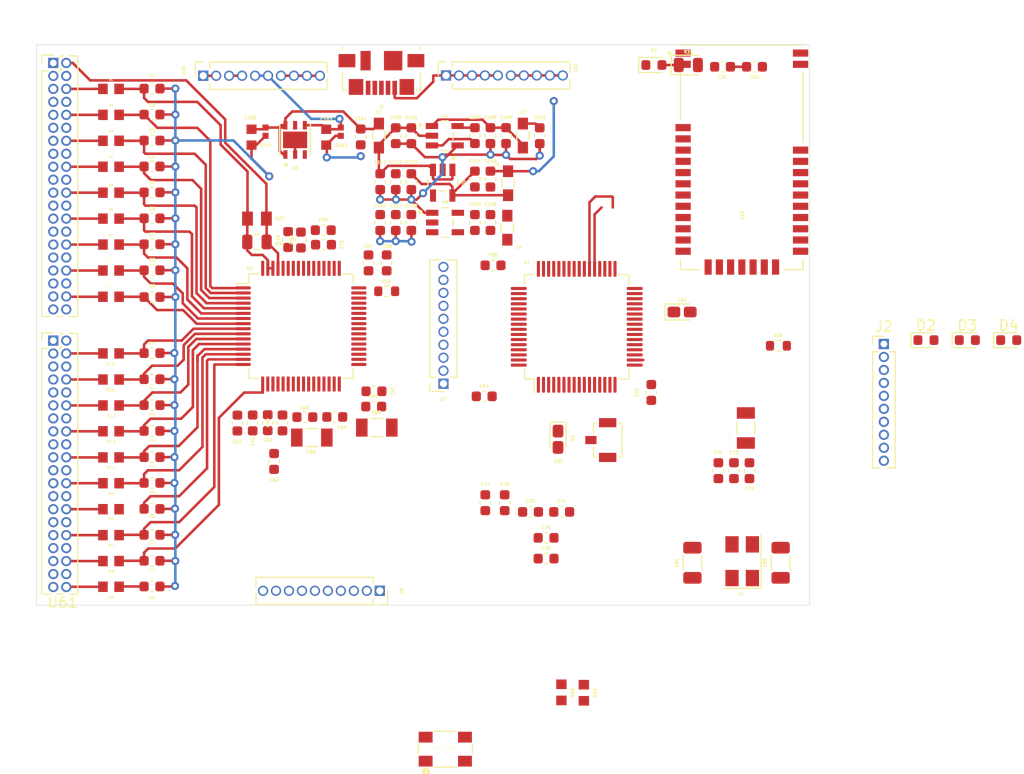
<source format=kicad_pcb>
(kicad_pcb (version 20171130) (host pcbnew 5.1.9-73d0e3b20d~88~ubuntu20.04.1)
  (title_block (title "WIRELESS EEG HEADSET") (date 2020-12-22) (comment 1 "Designed by Ali Özcan"))
  (layers (0 F.Cu signal) (31 B.Cu signal) (34 B.Paste user) (35 F.Paste user) (36 B.SilkS user) (37 F.SilkS user) (38 B.Mask user) (39 F.Mask user) (44 Edge.Cuts user))
  (net 0 "")
  (net 1 "Net-(U1-Pad2)")
  (net 2 "Net-(U1-Pad3)")
  (net 3 "Net-(U1-Pad4)")
  (net 4 "Net-(U1-Pad8)")
  (net 5 "Net-(U1-Pad9)")
  (net 6 "Net-(U1-Pad10)")
  (net 7 "Net-(U1-Pad11)")
  (net 8 "Net-(U1-Pad16)")
  (net 9 "Net-(U1-Pad17)")
  (net 10 "Net-(U1-Pad21)")
  (net 11 "Net-(U1-Pad22)")
  (net 12 "Net-(U1-Pad23)")
  (net 13 "Net-(U1-Pad24)")
  (net 14 "Net-(U1-Pad25)")
  (net 15 "Net-(U1-Pad26)")
  (net 16 "Net-(U1-Pad27)")
  (net 17 "Net-(U1-Pad28)")
  (net 18 "Net-(U1-Pad29)")
  (net 19 "Net-(U1-Pad33)")
  (net 20 "Net-(U1-Pad34)")
  (net 21 "Net-(U1-Pad35)")
  (net 22 "Net-(U1-Pad36)")
  (net 23 "Net-(U1-Pad39)")
  (net 24 "Net-(U1-Pad44)")
  (net 25 "Net-(U1-Pad45)")
  (net 26 "Net-(U1-Pad50)")
  (net 27 "Net-(U1-Pad51)")
  (net 28 "Net-(U1-Pad52)")
  (net 29 "Net-(U1-Pad53)")
  (net 30 "Net-(U1-Pad54)")
  (net 31 "Net-(U2-Pad27)")
  (net 32 "Net-(U2-Pad29)")
  (net 33 "Net-(U2-Pad34)")
  (net 34 "Net-(U2-Pad43)")
  (net 35 "Net-(U2-Pad44)")
  (net 36 "Net-(U2-Pad47)")
  (net 37 "Net-(U2-Pad64)")
  (net 38 +5V)
  (net 39 GND)
  (net 40 +3V3)
  (net 41 "Net-(D1-Pad2)")
  (net 42 +2V5)
  (net 43 /IN5N)
  (net 44 /IN5P)
  (net 45 /IN6N)
  (net 46 /IN6P)
  (net 47 /IN7N)
  (net 48 /IN7P)
  (net 49 /IN8N)
  (net 50 /IN8P)
  (net 51 /SRB1)
  (net 52 /SRB2)
  (net 53 /IN1N)
  (net 54 /IN1P)
  (net 55 /IN2N)
  (net 56 /IN2P)
  (net 57 /IN3N)
  (net 58 /IN3P)
  (net 59 /IN4N)
  (net 60 /IN4P)
  (net 61 /CIN5N)
  (net 62 /CIN5P)
  (net 63 /CIN6N)
  (net 64 /CIN6P)
  (net 65 /CIN7N)
  (net 66 /CIN7P)
  (net 67 /CIN8N)
  (net 68 /CIN8P)
  (net 69 /CSRB1)
  (net 70 /CSRB2)
  (net 71 /CIN1N)
  (net 72 /CIN1P)
  (net 73 /CIN2N)
  (net 74 /CIN2P)
  (net 75 /CIN3N)
  (net 76 /CIN3P)
  (net 77 /CIN4N)
  (net 78 /CIN4P)
  (net 79 /CBIAS)
  (net 80 /BIASINV)
  (net 81 /-2.5V)
  (net 82 /+2.5V)
  (net 83 "Net-(C42-Pad2)")
  (net 84 "Net-(R26-Pad2)")
  (net 85 /BIASIN)
  (net 86 GNDREF)
  (net 87 /CLK)
  (net 88 /VREFP)
  (net 89 "Net-(C54-Pad1)")
  (net 90 /VCAP3)
  (net 91 -2V5)
  (net 92 SCLK)
  (net 93 MISO)
  (net 94 MOSI)
  (net 95 START)
  (net 96 RESET)
  (net 97 PWDN)
  (net 98 "Net-(U1-Pad62)")
  (net 99 CS)
  (net 100 "Net-(C66-Pad1)")
  (net 101 "Net-(C80-Pad1)")
  (net 102 "Net-(C81-Pad1)")
  (net 103 "Net-(C83-Pad1)")
  (net 104 "Net-(J1-Pad2)")
  (net 105 "Net-(J1-Pad3)")
  (net 106 "Net-(J1-Pad4)")
  (net 107 /DIN)
  (net 108 /DOUT)
  (net 109 "Net-(U9-Pad5)")
  (net 110 "Net-(U9-Pad4)")
  (net 111 "Net-(U9-Pad3)")
  (net 112 "Net-(U9-Pad2)")
  (net 113 "Net-(U9-Pad1)")
  (net 114 "Net-(U12-Pad5)")
  (net 115 "Net-(U12-Pad8)")
  (net 116 "Net-(U12-Pad9)")
  (net 117 "Net-(U12-Pad10)")
  (net 118 "Net-(U12-Pad11)")
  (net 119 "Net-(U12-Pad12)")
  (net 120 "Net-(U12-Pad13)")
  (net 121 "Net-(U12-Pad14)")
  (net 122 "Net-(U12-Pad16)")
  (net 123 "Net-(U12-Pad18)")
  (net 124 "Net-(U12-Pad19)")
  (net 125 "Net-(U12-Pad20)")
  (net 126 "Net-(U12-Pad21)")
  (net 127 "Net-(U12-Pad24)")
  (net 128 "Net-(U12-Pad25)")
  (net 129 "Net-(U12-Pad26)")
  (net 130 "Net-(U12-Pad27)")
  (net 131 "Net-(U12-Pad28)")
  (net 132 "Net-(U12-Pad29)")
  (net 133 /USART6_TX)
  (net 134 /USART6_RX)
  (net 135 "Net-(U1-Pad43)")
  (net 136 /RN46RTS)
  (net 137 "Net-(C20-Pad1)")
  (net 138 "Net-(D7-Pad2)")
  (net 139 /LD033_O)
  (net 140 "Net-(D7-Pad1)")
  (net 141 "Net-(C105-Pad1)")
  (net 142 "Net-(C108-Pad1)")
  (net 143 -5V)
  (net 144 "Net-(C118-Pad1)")
  (net 145 "Net-(C113-Pad1)")
  (net 146 /RN46CTS)
  (net 147 "Net-(U3-Pad3)")
  (net 148 "Net-(C107-Pad1)")
  (net 149 "Net-(C107-Pad2)")
  (net 150 "Net-(C112-Pad1)")
  (net 151 "Net-(C117-Pad1)")
  (net 152 "Net-(C69-Pad1)")
  (net 153 "Net-(R32-Pad1)")
  (net 154 "Net-(U2-Pad18)")
  (net 155 /NSS)
  (net 156 GNDA)
  (net 157 "Net-(D2-Pad2)")
  (net 158 "Net-(D2-Pad1)")
  (net 159 "Net-(D3-Pad1)")
  (net 160 "Net-(D3-Pad2)")
  (net 161 "Net-(D4-Pad1)")
  (net 162 "Net-(D4-Pad2)")
  (net 163 "Net-(J2-Pad1)")
  (net 164 "Net-(J2-Pad2)")
  (net 165 "Net-(J2-Pad3)")
  (net 166 "Net-(J2-Pad4)")
  (net 167 "Net-(J2-Pad5)")
  (net 168 "Net-(J2-Pad6)")
  (net 169 "Net-(J2-Pad7)")
  (net 170 "Net-(J2-Pad8)")
  (net 171 "Net-(J2-Pad9)")
  (net 172 "Net-(J2-Pad10)")
  (net 173 SWCLK)
  (net 174 SWDIO)
  (module Button_Switch_SMD:SW_SPST_B3U-1100P (layer F.Cu) (at 93.2053 68.6689 270)
    (fp_text reference S3 (at -0.1651 2.5654 90) (layer F.SilkS) (effects (font (size 0.3 0.3) (thickness 0.075))))
    (fp_text value SW_MEC_5G)
    (pad 3 smd rect (at 0 0.82 270) (size 0.8 1.1) (layers F.Cu F.Paste F.Mask))
    (pad 2 smd rect (at 1.7 -0.82 270) (size 0.9 1.7) (layers F.Cu F.Paste F.Mask) (net 39 GND))
    (pad 1 smd rect (at -1.7 -0.82 270) (size 0.9 1.7) (layers F.Cu F.Paste F.Mask) (net 39 GND))
  )
  (module Connector_USB:USB_Micro-B_Molex_47346-0001 (layer F.Cu) (at 71.875 32.725 180)
    (fp_text reference J1 (at 0 -3.3 180) (layer F.SilkS) (effects (font (size 0.3 0.3) (thickness 0.075))))
    (fp_text value USB_B_Mini)
    (pad 6 smd rect (at 1.55 1.2 180) (size 1 1.9) (layers F.Cu F.Paste F.Mask) (net 86 GNDREF))
    (pad 6 smd rect (at -1.15 1.2 180) (size 1.8 1.9) (layers F.Cu F.Paste F.Mask) (net 86 GNDREF))
    (pad 6 smd rect (at 3.375 1.2 180) (size 1.65 1.3) (layers F.Cu F.Paste F.Mask) (net 86 GNDREF))
    (pad 6 smd rect (at -3.375 1.2 180) (size 1.65 1.3) (layers F.Cu F.Paste F.Mask) (net 86 GNDREF))
    (pad 6 smd rect (at 2.4875 -1.375 180) (size 1.425 1.55) (layers F.Cu F.Paste F.Mask) (net 86 GNDREF))
    (pad 6 smd rect (at -2.4875 -1.375 180) (size 1.425 1.55) (layers F.Cu F.Paste F.Mask) (net 86 GNDREF))
    (pad 5 smd rect (at 1.3 -1.46 180) (size 0.45 1.38) (layers F.Cu F.Paste F.Mask) (net 86 GNDREF))
    (pad 4 smd rect (at 0.65 -1.46 180) (size 0.45 1.38) (layers F.Cu F.Paste F.Mask) (net 106 "Net-(J1-Pad4)"))
    (pad 3 smd rect (at 0 -1.46 180) (size 0.45 1.38) (layers F.Cu F.Paste F.Mask) (net 105 "Net-(J1-Pad3)"))
    (pad 2 smd rect (at -0.65 -1.46 180) (size 0.45 1.38) (layers F.Cu F.Paste F.Mask) (net 104 "Net-(J1-Pad2)"))
    (pad 1 smd rect (at -1.3 -1.46 180) (size 0.45 1.38) (layers F.Cu F.Paste F.Mask) (net 38 +5V))
  )
  (module Package_QFP:TQFP-64_10x10mm_P0.5mm (layer F.Cu) (at 64 57.52)
    (fp_text reference U2 (at -5.0292 -5.6388) (layer F.SilkS) (effects (font (size 0.3 0.3) (thickness 0.075))))
    (fp_text value ADS1299-8CHANNEL)
    (pad 64 smd roundrect (at -3.75 -5.6625) (size 0.3 1.475) (layers F.Cu F.Paste F.Mask) (net 37 "Net-(U2-Pad64)"))
    (pad 63 smd roundrect (at -3.25 -5.6625) (size 0.3 1.475) (layers F.Cu F.Paste F.Mask) (net 85 /BIASIN))
    (pad 62 smd roundrect (at -2.75 -5.6625) (size 0.3 1.475) (layers F.Cu F.Paste F.Mask) (net 85 /BIASIN))
    (pad 61 smd roundrect (at -2.25 -5.6625) (size 0.3 1.475) (layers F.Cu F.Paste F.Mask) (net 80 /BIASINV))
    (pad 60 smd roundrect (at -1.75 -5.6625) (size 0.3 1.475) (layers F.Cu F.Paste F.Mask) (net 156 GNDA))
    (pad 59 smd roundrect (at -1.25 -5.6625) (size 0.3 1.475) (layers F.Cu F.Paste F.Mask) (net 42 +2V5))
    (pad 58 smd roundrect (at -0.75 -5.6625) (size 0.3 1.475) (layers F.Cu F.Paste F.Mask) (net 91 -2V5))
    (pad 57 smd roundrect (at -0.25 -5.6625) (size 0.3 1.475) (layers F.Cu F.Paste F.Mask) (net 91 -2V5))
    (pad 56 smd roundrect (at 0.25 -5.6625) (size 0.3 1.475) (layers F.Cu F.Paste F.Mask) (net 42 +2V5))
    (pad 55 smd roundrect (at 0.75 -5.6625) (size 0.3 1.475) (layers F.Cu F.Paste F.Mask) (net 90 /VCAP3))
    (pad 54 smd roundrect (at 1.25 -5.6625) (size 0.3 1.475) (layers F.Cu F.Paste F.Mask) (net 42 +2V5))
    (pad 53 smd roundrect (at 1.75 -5.6625) (size 0.3 1.475) (layers F.Cu F.Paste F.Mask) (net 91 -2V5))
    (pad 52 smd roundrect (at 2.25 -5.6625) (size 0.3 1.475) (layers F.Cu F.Paste F.Mask) (net 156 GNDA))
    (pad 51 smd roundrect (at 2.75 -5.6625) (size 0.3 1.475) (layers F.Cu F.Paste F.Mask) (net 86 GNDREF))
    (pad 50 smd roundrect (at 3.25 -5.6625) (size 0.3 1.475) (layers F.Cu F.Paste F.Mask) (net 40 +3V3))
    (pad 49 smd roundrect (at 3.75 -5.6625) (size 0.3 1.475) (layers F.Cu F.Paste F.Mask) (net 86 GNDREF))
    (pad 48 smd roundrect (at 5.6625 -3.75) (size 1.475 0.3) (layers F.Cu F.Paste F.Mask) (net 40 +3V3))
    (pad 47 smd roundrect (at 5.6625 -3.25) (size 1.475 0.3) (layers F.Cu F.Paste F.Mask) (net 36 "Net-(U2-Pad47)"))
    (pad 46 smd roundrect (at 5.6625 -2.75) (size 1.475 0.3) (layers F.Cu F.Paste F.Mask) (net 156 GNDA))
    (pad 45 smd roundrect (at 5.6625 -2.25) (size 1.475 0.3) (layers F.Cu F.Paste F.Mask) (net 156 GNDA))
    (pad 44 smd roundrect (at 5.6625 -1.75) (size 1.475 0.3) (layers F.Cu F.Paste F.Mask) (net 35 "Net-(U2-Pad44)"))
    (pad 43 smd roundrect (at 5.6625 -1.25) (size 1.475 0.3) (layers F.Cu F.Paste F.Mask) (net 34 "Net-(U2-Pad43)"))
    (pad 42 smd roundrect (at 5.6625 -0.75) (size 1.475 0.3) (layers F.Cu F.Paste F.Mask) (net 153 "Net-(R32-Pad1)"))
    (pad 41 smd roundrect (at 5.6625 -0.25) (size 1.475 0.3) (layers F.Cu F.Paste F.Mask) (net 156 GNDA))
    (pad 40 smd roundrect (at 5.6625 0.25) (size 1.475 0.3) (layers F.Cu F.Paste F.Mask) (net 92 SCLK))
    (pad 39 smd roundrect (at 5.6625 0.75) (size 1.475 0.3) (layers F.Cu F.Paste F.Mask) (net 99 CS))
    (pad 38 smd roundrect (at 5.6625 1.25) (size 1.475 0.3) (layers F.Cu F.Paste F.Mask) (net 95 START))
    (pad 37 smd roundrect (at 5.6625 1.75) (size 1.475 0.3) (layers F.Cu F.Paste F.Mask) (net 87 /CLK))
    (pad 36 smd roundrect (at 5.6625 2.25) (size 1.475 0.3) (layers F.Cu F.Paste F.Mask) (net 96 RESET))
    (pad 35 smd roundrect (at 5.6625 2.75) (size 1.475 0.3) (layers F.Cu F.Paste F.Mask) (net 97 PWDN))
    (pad 34 smd roundrect (at 5.6625 3.25) (size 1.475 0.3) (layers F.Cu F.Paste F.Mask) (net 33 "Net-(U2-Pad34)"))
    (pad 33 smd roundrect (at 5.6625 3.75) (size 1.475 0.3) (layers F.Cu F.Paste F.Mask) (net 86 GNDREF))
    (pad 32 smd roundrect (at 3.75 5.6625) (size 0.3 1.475) (layers F.Cu F.Paste F.Mask) (net 91 -2V5))
    (pad 31 smd roundrect (at 3.25 5.6625) (size 0.3 1.475) (layers F.Cu F.Paste F.Mask) (net 86 GNDREF))
    (pad 30 smd roundrect (at 2.75 5.6625) (size 0.3 1.475) (layers F.Cu F.Paste F.Mask) (net 89 "Net-(C54-Pad1)"))
    (pad 29 smd roundrect (at 2.25 5.6625) (size 0.3 1.475) (layers F.Cu F.Paste F.Mask) (net 32 "Net-(U2-Pad29)"))
    (pad 28 smd roundrect (at 1.75 5.6625) (size 0.3 1.475) (layers F.Cu F.Paste F.Mask) (net 152 "Net-(C69-Pad1)"))
    (pad 27 smd roundrect (at 1.25 5.6625) (size 0.3 1.475) (layers F.Cu F.Paste F.Mask) (net 31 "Net-(U2-Pad27)"))
    (pad 26 smd roundrect (at 0.75 5.6625) (size 0.3 1.475) (layers F.Cu F.Paste F.Mask) (net 100 "Net-(C66-Pad1)"))
    (pad 25 smd roundrect (at 0.25 5.6625) (size 0.3 1.475) (layers F.Cu F.Paste F.Mask) (net 81 /-2.5V))
    (pad 24 smd roundrect (at -0.25 5.6625) (size 0.3 1.475) (layers F.Cu F.Paste F.Mask) (net 88 /VREFP))
    (pad 23 smd roundrect (at -0.75 5.6625) (size 0.3 1.475) (layers F.Cu F.Paste F.Mask) (net 91 -2V5))
    (pad 22 smd roundrect (at -1.25 5.6625) (size 0.3 1.475) (layers F.Cu F.Paste F.Mask) (net 42 +2V5))
    (pad 21 smd roundrect (at -1.75 5.6625) (size 0.3 1.475) (layers F.Cu F.Paste F.Mask) (net 42 +2V5))
    (pad 20 smd roundrect (at -2.25 5.6625) (size 0.3 1.475) (layers F.Cu F.Paste F.Mask) (net 91 -2V5))
    (pad 19 smd roundrect (at -2.75 5.6625) (size 0.3 1.475) (layers F.Cu F.Paste F.Mask) (net 42 +2V5))
    (pad 18 smd roundrect (at -3.25 5.6625) (size 0.3 1.475) (layers F.Cu F.Paste F.Mask) (net 154 "Net-(U2-Pad18)"))
    (pad 17 smd roundrect (at -3.75 5.6625) (size 0.3 1.475) (layers F.Cu F.Paste F.Mask) (net 51 /SRB1))
    (pad 16 smd roundrect (at -5.6625 3.75) (size 1.475 0.3) (layers F.Cu F.Paste F.Mask) (net 54 /IN1P))
    (pad 15 smd roundrect (at -5.6625 3.25) (size 1.475 0.3) (layers F.Cu F.Paste F.Mask) (net 53 /IN1N))
    (pad 14 smd roundrect (at -5.6625 2.75) (size 1.475 0.3) (layers F.Cu F.Paste F.Mask) (net 56 /IN2P))
    (pad 13 smd roundrect (at -5.6625 2.25) (size 1.475 0.3) (layers F.Cu F.Paste F.Mask) (net 55 /IN2N))
    (pad 12 smd roundrect (at -5.6625 1.75) (size 1.475 0.3) (layers F.Cu F.Paste F.Mask) (net 58 /IN3P))
    (pad 11 smd roundrect (at -5.6625 1.25) (size 1.475 0.3) (layers F.Cu F.Paste F.Mask) (net 57 /IN3N))
    (pad 10 smd roundrect (at -5.6625 0.75) (size 1.475 0.3) (layers F.Cu F.Paste F.Mask) (net 60 /IN4P))
    (pad 9 smd roundrect (at -5.6625 0.25) (size 1.475 0.3) (layers F.Cu F.Paste F.Mask) (net 59 /IN4N))
    (pad 8 smd roundrect (at -5.6625 -0.25) (size 1.475 0.3) (layers F.Cu F.Paste F.Mask) (net 44 /IN5P))
    (pad 7 smd roundrect (at -5.6625 -0.75) (size 1.475 0.3) (layers F.Cu F.Paste F.Mask) (net 43 /IN5N))
    (pad 6 smd roundrect (at -5.6625 -1.25) (size 1.475 0.3) (layers F.Cu F.Paste F.Mask) (net 46 /IN6P))
    (pad 5 smd roundrect (at -5.6625 -1.75) (size 1.475 0.3) (layers F.Cu F.Paste F.Mask) (net 45 /IN6N))
    (pad 4 smd roundrect (at -5.6625 -2.25) (size 1.475 0.3) (layers F.Cu F.Paste F.Mask) (net 48 /IN7P))
    (pad 3 smd roundrect (at -5.6625 -2.75) (size 1.475 0.3) (layers F.Cu F.Paste F.Mask) (net 47 /IN7N))
    (pad 2 smd roundrect (at -5.6625 -3.25) (size 1.475 0.3) (layers F.Cu F.Paste F.Mask) (net 50 /IN8P))
    (pad 1 smd roundrect (at -5.6625 -3.75) (size 1.475 0.3) (layers F.Cu F.Paste F.Mask) (net 49 /IN8N))
  )
  (module ERA-3A:RESC1608X55N (layer F.Cu) (at 45.402 49.53)
    (fp_text reference R7 (at 0 -0.889) (layer F.SilkS) (effects (font (size 0.2 0.2) (thickness 0.05))))
    (fp_text value 4.99k)
    (pad 2 smd rect (at 0.79 0) (size 0.94 1.02) (layers F.Cu F.Paste F.Mask) (net 46 /IN6P))
    (pad 1 smd rect (at -0.79 0) (size 0.94 1.02) (layers F.Cu F.Paste F.Mask) (net 64 /CIN6P))
  )
  (module ERA-3A:RESC1608X55N (layer F.Cu) (at 45.402 46.99)
    (fp_text reference R6 (at 0 -0.889) (layer F.SilkS) (effects (font (size 0.2 0.2) (thickness 0.05))))
    (fp_text value 4.99K)
    (pad 2 smd rect (at 0.79 0) (size 0.94 1.02) (layers F.Cu F.Paste F.Mask) (net 45 /IN6N))
    (pad 1 smd rect (at -0.79 0) (size 0.94 1.02) (layers F.Cu F.Paste F.Mask) (net 63 /CIN6N))
  )
  (module ERA-3A:RESC1608X55N (layer F.Cu) (at 45.402 44.45)
    (fp_text reference R5 (at 0 -0.762) (layer F.SilkS) (effects (font (size 0.2 0.2) (thickness 0.05))))
    (fp_text value 4.99k)
    (pad 2 smd rect (at 0.79 0) (size 0.94 1.02) (layers F.Cu F.Paste F.Mask) (net 48 /IN7P))
    (pad 1 smd rect (at -0.79 0) (size 0.94 1.02) (layers F.Cu F.Paste F.Mask) (net 66 /CIN7P))
  )
  (module ERA-3A:RESC1608X55N (layer F.Cu) (at 45.402 41.91)
    (fp_text reference R4 (at 0.0132 -0.9398) (layer F.SilkS) (effects (font (size 0.2 0.2) (thickness 0.05))))
    (fp_text value 4.99K)
    (pad 2 smd rect (at 0.79 0) (size 0.94 1.02) (layers F.Cu F.Paste F.Mask) (net 47 /IN7N))
    (pad 1 smd rect (at -0.79 0) (size 0.94 1.02) (layers F.Cu F.Paste F.Mask) (net 65 /CIN7N))
  )
  (module ERA-3A:RESC1608X55N (layer F.Cu) (at 45.402 39.37)
    (fp_text reference R3 (at 0 -0.9398) (layer F.SilkS) (effects (font (size 0.2 0.2) (thickness 0.05))))
    (fp_text value 4.99k)
    (pad 2 smd rect (at 0.79 0) (size 0.94 1.02) (layers F.Cu F.Paste F.Mask) (net 50 /IN8P))
    (pad 1 smd rect (at -0.79 0) (size 0.94 1.02) (layers F.Cu F.Paste F.Mask) (net 68 /CIN8P))
  )
  (module ERA-3A:RESC1608X55N (layer F.Cu) (at 45.402 36.83)
    (fp_text reference R2 (at -0.0122 -0.9398) (layer F.SilkS) (effects (font (size 0.2 0.2) (thickness 0.05))))
    (fp_text value 4.99K)
    (pad 2 smd rect (at 0.79 0) (size 0.94 1.02) (layers F.Cu F.Paste F.Mask) (net 49 /IN8N))
    (pad 1 smd rect (at -0.79 0) (size 0.94 1.02) (layers F.Cu F.Paste F.Mask) (net 67 /CIN8N))
  )
  (module ERA-3A:RESC1608X55N (layer F.Cu) (at 45.402 34.29)
    (fp_text reference R1 (at 0 -0.889) (layer F.SilkS) (effects (font (size 0.2 0.2) (thickness 0.05))))
    (fp_text value 4.99k)
    (pad 2 smd rect (at 0.79 0) (size 0.94 1.02) (layers F.Cu F.Paste F.Mask) (net 85 /BIASIN))
    (pad 1 smd rect (at -0.79 0) (size 0.94 1.02) (layers F.Cu F.Paste F.Mask) (net 79 /CBIAS))
  )
  (module ERA-3A:RESC1608X55N (layer F.Cu) (at 45.402 60.187)
    (fp_text reference R10 (at -0.063 1.027 180) (layer F.SilkS) (effects (font (size 0.3 0.3) (thickness 0.05))))
    (fp_text value 4.99K)
    (pad 2 smd rect (at 0.79 0) (size 0.94 1.02) (layers F.Cu F.Paste F.Mask) (net 59 /IN4N))
    (pad 1 smd rect (at -0.79 0) (size 0.94 1.02) (layers F.Cu F.Paste F.Mask) (net 77 /CIN4N))
  )
  (module Package_QFP:LQFP-64_10x10mm_P0.5mm (layer F.Cu) (at 90.9955 57.581 90)
    (fp_text reference U1 (at 6.273 -4.8895 180) (layer F.SilkS) (effects (font (size 0.3 0.3) (thickness 0.075))))
    (fp_text value STM32F446RE)
    (pad 64 smd roundrect (at -3.75 -5.675 90) (size 0.3 1.55) (layers F.Cu F.Paste F.Mask) (net 40 +3V3))
    (pad 63 smd roundrect (at -3.25 -5.675 90) (size 0.3 1.55) (layers F.Cu F.Paste F.Mask) (net 40 +3V3))
    (pad 62 smd roundrect (at -2.75 -5.675 90) (size 0.3 1.55) (layers F.Cu F.Paste F.Mask) (net 98 "Net-(U1-Pad62)"))
    (pad 61 smd roundrect (at -2.25 -5.675 90) (size 0.3 1.55) (layers F.Cu F.Paste F.Mask) (net 97 PWDN))
    (pad 60 smd roundrect (at -1.75 -5.675 90) (size 0.3 1.55) (layers F.Cu F.Paste F.Mask) (net 84 "Net-(R26-Pad2)"))
    (pad 59 smd roundrect (at -1.25 -5.675 90) (size 0.3 1.55) (layers F.Cu F.Paste F.Mask) (net 96 RESET))
    (pad 58 smd roundrect (at -0.75 -5.675 90) (size 0.3 1.55) (layers F.Cu F.Paste F.Mask) (net 95 START))
    (pad 57 smd roundrect (at -0.25 -5.675 90) (size 0.3 1.55) (layers F.Cu F.Paste F.Mask) (net 94 MOSI))
    (pad 56 smd roundrect (at 0.25 -5.675 90) (size 0.3 1.55) (layers F.Cu F.Paste F.Mask) (net 93 MISO))
    (pad 55 smd roundrect (at 0.75 -5.675 90) (size 0.3 1.55) (layers F.Cu F.Paste F.Mask) (net 92 SCLK))
    (pad 54 smd roundrect (at 1.25 -5.675 90) (size 0.3 1.55) (layers F.Cu F.Paste F.Mask) (net 30 "Net-(U1-Pad54)"))
    (pad 53 smd roundrect (at 1.75 -5.675 90) (size 0.3 1.55) (layers F.Cu F.Paste F.Mask) (net 29 "Net-(U1-Pad53)"))
    (pad 52 smd roundrect (at 2.25 -5.675 90) (size 0.3 1.55) (layers F.Cu F.Paste F.Mask) (net 28 "Net-(U1-Pad52)"))
    (pad 51 smd roundrect (at 2.75 -5.675 90) (size 0.3 1.55) (layers F.Cu F.Paste F.Mask) (net 27 "Net-(U1-Pad51)"))
    (pad 50 smd roundrect (at 3.25 -5.675 90) (size 0.3 1.55) (layers F.Cu F.Paste F.Mask) (net 26 "Net-(U1-Pad50)"))
    (pad 49 smd roundrect (at 3.75 -5.675 90) (size 0.3 1.55) (layers F.Cu F.Paste F.Mask) (net 173 SWCLK))
    (pad 48 smd roundrect (at 5.675 -3.75 90) (size 1.55 0.3) (layers F.Cu F.Paste F.Mask) (net 40 +3V3))
    (pad 47 smd roundrect (at 5.675 -3.25 90) (size 1.55 0.3) (layers F.Cu F.Paste F.Mask) (net 86 GNDREF))
    (pad 46 smd roundrect (at 5.675 -2.75 90) (size 1.55 0.3) (layers F.Cu F.Paste F.Mask) (net 174 SWDIO))
    (pad 45 smd roundrect (at 5.675 -2.25 90) (size 1.55 0.3) (layers F.Cu F.Paste F.Mask) (net 25 "Net-(U1-Pad45)"))
    (pad 44 smd roundrect (at 5.675 -1.75 90) (size 1.55 0.3) (layers F.Cu F.Paste F.Mask) (net 24 "Net-(U1-Pad44)"))
    (pad 43 smd roundrect (at 5.675 -1.25 90) (size 1.55 0.3) (layers F.Cu F.Paste F.Mask) (net 135 "Net-(U1-Pad43)"))
    (pad 42 smd roundrect (at 5.675 -0.75 90) (size 1.55 0.3) (layers F.Cu F.Paste F.Mask) (net 157 "Net-(D2-Pad2)"))
    (pad 41 smd roundrect (at 5.675 -0.25 90) (size 1.55 0.3) (layers F.Cu F.Paste F.Mask) (net 160 "Net-(D3-Pad2)"))
    (pad 40 smd roundrect (at 5.675 0.25 90) (size 1.55 0.3) (layers F.Cu F.Paste F.Mask) (net 162 "Net-(D4-Pad2)"))
    (pad 39 smd roundrect (at 5.675 0.75 90) (size 1.55 0.3) (layers F.Cu F.Paste F.Mask) (net 23 "Net-(U1-Pad39)"))
    (pad 38 smd roundrect (at 5.675 1.25 90) (size 1.55 0.3) (layers F.Cu F.Paste F.Mask) (net 134 /USART6_RX))
    (pad 37 smd roundrect (at 5.675 1.75 90) (size 1.55 0.3) (layers F.Cu F.Paste F.Mask) (net 133 /USART6_TX))
    (pad 36 smd roundrect (at 5.675 2.25 90) (size 1.55 0.3) (layers F.Cu F.Paste F.Mask) (net 22 "Net-(U1-Pad36)"))
    (pad 35 smd roundrect (at 5.675 2.75 90) (size 1.55 0.3) (layers F.Cu F.Paste F.Mask) (net 21 "Net-(U1-Pad35)"))
    (pad 34 smd roundrect (at 5.675 3.25 90) (size 1.55 0.3) (layers F.Cu F.Paste F.Mask) (net 20 "Net-(U1-Pad34)"))
    (pad 33 smd roundrect (at 5.675 3.75 90) (size 1.55 0.3) (layers F.Cu F.Paste F.Mask) (net 19 "Net-(U1-Pad33)"))
    (pad 32 smd roundrect (at 3.75 5.675 90) (size 0.3 1.55) (layers F.Cu F.Paste F.Mask) (net 40 +3V3))
    (pad 31 smd roundrect (at 3.25 5.675 90) (size 0.3 1.55) (layers F.Cu F.Paste F.Mask) (net 86 GNDREF))
    (pad 30 smd roundrect (at 2.75 5.675 90) (size 0.3 1.55) (layers F.Cu F.Paste F.Mask) (net 83 "Net-(C42-Pad2)"))
    (pad 29 smd roundrect (at 2.25 5.675 90) (size 0.3 1.55) (layers F.Cu F.Paste F.Mask) (net 18 "Net-(U1-Pad29)"))
    (pad 28 smd roundrect (at 1.75 5.675 90) (size 0.3 1.55) (layers F.Cu F.Paste F.Mask) (net 17 "Net-(U1-Pad28)"))
    (pad 27 smd roundrect (at 1.25 5.675 90) (size 0.3 1.55) (layers F.Cu F.Paste F.Mask) (net 16 "Net-(U1-Pad27)"))
    (pad 26 smd roundrect (at 0.75 5.675 90) (size 0.3 1.55) (layers F.Cu F.Paste F.Mask) (net 15 "Net-(U1-Pad26)"))
    (pad 25 smd roundrect (at 0.25 5.675 90) (size 0.3 1.55) (layers F.Cu F.Paste F.Mask) (net 14 "Net-(U1-Pad25)"))
    (pad 24 smd roundrect (at -0.25 5.675 90) (size 0.3 1.55) (layers F.Cu F.Paste F.Mask) (net 13 "Net-(U1-Pad24)"))
    (pad 23 smd roundrect (at -0.75 5.675 90) (size 0.3 1.55) (layers F.Cu F.Paste F.Mask) (net 12 "Net-(U1-Pad23)"))
    (pad 22 smd roundrect (at -1.25 5.675 90) (size 0.3 1.55) (layers F.Cu F.Paste F.Mask) (net 11 "Net-(U1-Pad22)"))
    (pad 21 smd roundrect (at -1.75 5.675 90) (size 0.3 1.55) (layers F.Cu F.Paste F.Mask) (net 10 "Net-(U1-Pad21)"))
    (pad 20 smd roundrect (at -2.25 5.675 90) (size 0.3 1.55) (layers F.Cu F.Paste F.Mask) (net 155 /NSS))
    (pad 19 smd roundrect (at -2.75 5.675 90) (size 0.3 1.55) (layers F.Cu F.Paste F.Mask) (net 40 +3V3))
    (pad 18 smd roundrect (at -3.25 5.675 90) (size 0.3 1.55) (layers F.Cu F.Paste F.Mask) (net 86 GNDREF))
    (pad 17 smd roundrect (at -3.75 5.675 90) (size 0.3 1.55) (layers F.Cu F.Paste F.Mask) (net 9 "Net-(U1-Pad17)"))
    (pad 16 smd roundrect (at -5.675 3.75 90) (size 1.55 0.3) (layers F.Cu F.Paste F.Mask) (net 8 "Net-(U1-Pad16)"))
    (pad 15 smd roundrect (at -5.675 3.25 90) (size 1.55 0.3) (layers F.Cu F.Paste F.Mask) (net 146 /RN46CTS))
    (pad 14 smd roundrect (at -5.675 2.75 90) (size 1.55 0.3) (layers F.Cu F.Paste F.Mask) (net 136 /RN46RTS))
    (pad 13 smd roundrect (at -5.675 2.25 90) (size 1.55 0.3) (layers F.Cu F.Paste F.Mask) (net 40 +3V3))
    (pad 12 smd roundrect (at -5.675 1.75 90) (size 1.55 0.3) (layers F.Cu F.Paste F.Mask) (net 40 +3V3))
    (pad 11 smd roundrect (at -5.675 1.25 90) (size 1.55 0.3) (layers F.Cu F.Paste F.Mask) (net 7 "Net-(U1-Pad11)"))
    (pad 10 smd roundrect (at -5.675 0.75 90) (size 1.55 0.3) (layers F.Cu F.Paste F.Mask) (net 6 "Net-(U1-Pad10)"))
    (pad 9 smd roundrect (at -5.675 0.25 90) (size 1.55 0.3) (layers F.Cu F.Paste F.Mask) (net 5 "Net-(U1-Pad9)"))
    (pad 8 smd roundrect (at -5.675 -0.25 90) (size 1.55 0.3) (layers F.Cu F.Paste F.Mask) (net 4 "Net-(U1-Pad8)"))
    (pad 7 smd roundrect (at -5.675 -0.75 90) (size 1.55 0.3) (layers F.Cu F.Paste F.Mask) (net 103 "Net-(C83-Pad1)"))
    (pad 6 smd roundrect (at -5.675 -1.25 90) (size 1.55 0.3) (layers F.Cu F.Paste F.Mask) (net 101 "Net-(C80-Pad1)"))
    (pad 5 smd roundrect (at -5.675 -1.75 90) (size 1.55 0.3) (layers F.Cu F.Paste F.Mask) (net 102 "Net-(C81-Pad1)"))
    (pad 4 smd roundrect (at -5.675 -2.25 90) (size 1.55 0.3) (layers F.Cu F.Paste F.Mask) (net 3 "Net-(U1-Pad4)"))
    (pad 3 smd roundrect (at -5.675 -2.75 90) (size 1.55 0.3) (layers F.Cu F.Paste F.Mask) (net 2 "Net-(U1-Pad3)"))
    (pad 2 smd roundrect (at -5.675 -3.25 90) (size 1.55 0.3) (layers F.Cu F.Paste F.Mask) (net 1 "Net-(U1-Pad2)"))
    (pad 1 smd roundrect (at -5.675 -3.75 90) (size 1.55 0.3) (layers F.Cu F.Paste F.Mask) (net 40 +3V3))
  )
  (module Connector_PinSocket_1.27mm:PinSocket_1x10_P1.27mm_Vertical (layer F.Cu) (at 71.7169 83.4263 270)
    (fp_text reference U9 (at 0 -2.135 90) (layer F.SilkS) (effects (font (size 0.3 0.3) (thickness 0.075))))
    (fp_text value ADC_REFGND_GPIO)
    (pad 10 thru_hole oval (at 0 11.43 270) (size 1 1) (drill 0.7) (layers *.Cu *.Mask) (net 88 /VREFP))
    (pad 9 thru_hole oval (at 0 10.16 270) (size 1 1) (drill 0.7) (layers *.Cu *.Mask) (net 88 /VREFP))
    (pad 8 thru_hole oval (at 0 8.89 270) (size 1 1) (drill 0.7) (layers *.Cu *.Mask) (net 88 /VREFP))
    (pad 7 thru_hole oval (at 0 7.62 270) (size 1 1) (drill 0.7) (layers *.Cu *.Mask) (net 86 GNDREF))
    (pad 6 thru_hole oval (at 0 6.35 270) (size 1 1) (drill 0.7) (layers *.Cu *.Mask) (net 86 GNDREF))
    (pad 5 thru_hole oval (at 0 5.08 270) (size 1 1) (drill 0.7) (layers *.Cu *.Mask) (net 109 "Net-(U9-Pad5)"))
    (pad 4 thru_hole oval (at 0 3.81 270) (size 1 1) (drill 0.7) (layers *.Cu *.Mask) (net 110 "Net-(U9-Pad4)"))
    (pad 3 thru_hole oval (at 0 2.54 270) (size 1 1) (drill 0.7) (layers *.Cu *.Mask) (net 111 "Net-(U9-Pad3)"))
    (pad 2 thru_hole oval (at 0 1.27 270) (size 1 1) (drill 0.7) (layers *.Cu *.Mask) (net 112 "Net-(U9-Pad2)"))
    (pad 1 thru_hole rect (at 0 0 270) (size 1 1) (drill 0.7) (layers *.Cu *.Mask) (net 113 "Net-(U9-Pad1)"))
  )
  (module Capacitor_Tantalum_SMD:CP_EIA-1608-08_AVX-J_Pad1.25x1.05mm_HandSolder (layer F.Cu) (at 89.1667 68.5927 270)
    (fp_text reference C83 (at 2.159 -0.0508 180) (layer F.SilkS) (effects (font (size 0.3 0.3) (thickness 0.075))))
    (fp_text value 0.1uF)
    (pad 2 smd roundrect (at 0.8 0 270) (size 1.25 1.05) (layers F.Cu F.Paste F.Mask) (roundrect_rratio 0.2380942857142857) (net 39 GND))
    (pad 1 smd roundrect (at -0.8 0 270) (size 1.25 1.05) (layers F.Cu F.Paste F.Mask) (roundrect_rratio 0.2380942857142857) (net 103 "Net-(C83-Pad1)"))
  )
  (module Resistor_SMD:R_0603_1608Metric (layer F.Cu) (at 110.744 59.436)
    (fp_text reference R26 (at 0 -1.016) (layer F.SilkS) (effects (font (size 0.3 0.3) (thickness 0.075))))
    (fp_text value 10K)
    (pad 2 smd roundrect (at 0.825 0) (size 0.8 0.95) (layers F.Cu F.Paste F.Mask) (net 84 "Net-(R26-Pad2)"))
    (pad 1 smd roundrect (at -0.825 0) (size 0.8 0.95) (layers F.Cu F.Paste F.Mask) (net 39 GND))
  )
  (module Capacitor_SMD:C_0603_1608Metric (layer F.Cu) (at 49.416 60.159 180)
    (fp_text reference C10 (at 0.013 0.977) (layer F.SilkS) (effects (font (size 0.2 0.2) (thickness 0.05))))
    (fp_text value 4.7nF)
    (pad 2 smd roundrect (at 0.775 0 180) (size 0.9 0.95) (layers F.Cu F.Paste F.Mask) (net 59 /IN4N))
    (pad 1 smd roundrect (at -0.775 0 180) (size 0.9 0.95) (layers F.Cu F.Paste F.Mask) (net 156 GNDA))
  )
  (module Capacitor_SMD:C_0603_1608Metric (layer F.Cu) (at 49.416 34.262)
    (fp_text reference C1 (at 0.0124 -1.242) (layer F.SilkS) (effects (font (size 0.3 0.3) (thickness 0.075))))
    (fp_text value 10uF)
    (pad 2 smd roundrect (at 0.775 0) (size 0.9 0.95) (layers F.Cu F.Paste F.Mask) (net 156 GNDA))
    (pad 1 smd roundrect (at -0.775 0) (size 0.9 0.95) (layers F.Cu F.Paste F.Mask) (net 85 /BIASIN))
  )
  (module Capacitor_SMD:C_0603_1608Metric (layer F.Cu) (at 49.416 36.802)
    (fp_text reference C2 (at 0.0124 -0.9372) (layer F.SilkS) (effects (font (size 0.3 0.3) (thickness 0.075))))
    (fp_text value 4.7nF)
    (pad 2 smd roundrect (at 0.775 0) (size 0.9 0.95) (layers F.Cu F.Paste F.Mask) (net 156 GNDA))
    (pad 1 smd roundrect (at -0.775 0) (size 0.9 0.95) (layers F.Cu F.Paste F.Mask) (net 49 /IN8N))
  )
  (module Capacitor_SMD:C_0603_1608Metric (layer F.Cu) (at 49.416 39.342 180)
    (fp_text reference C3 (at -0.0124 0.9626) (layer F.SilkS) (effects (font (size 0.3 0.3) (thickness 0.075))))
    (fp_text value 4.7nF)
    (pad 2 smd roundrect (at 0.775 0 180) (size 0.9 0.95) (layers F.Cu F.Paste F.Mask) (net 50 /IN8P))
    (pad 1 smd roundrect (at -0.775 0 180) (size 0.9 0.95) (layers F.Cu F.Paste F.Mask) (net 156 GNDA))
  )
  (module Capacitor_SMD:C_0603_1608Metric (layer F.Cu) (at 49.416 41.882)
    (fp_text reference C4 (at -0.0384 -0.9372) (layer F.SilkS) (effects (font (size 0.3 0.3) (thickness 0.075))))
    (fp_text value 4.7nF)
    (pad 2 smd roundrect (at 0.775 0) (size 0.9 0.95) (layers F.Cu F.Paste F.Mask) (net 156 GNDA))
    (pad 1 smd roundrect (at -0.775 0) (size 0.9 0.95) (layers F.Cu F.Paste F.Mask) (net 47 /IN7N))
  )
  (module Capacitor_SMD:C_0603_1608Metric (layer F.Cu) (at 49.416 44.422 180)
    (fp_text reference C5 (at 0.013 0.9626) (layer F.SilkS) (effects (font (size 0.3 0.3) (thickness 0.075))))
    (fp_text value 4.7nF)
    (pad 2 smd roundrect (at 0.775 0 180) (size 0.9 0.95) (layers F.Cu F.Paste F.Mask) (net 48 /IN7P))
    (pad 1 smd roundrect (at -0.775 0 180) (size 0.9 0.95) (layers F.Cu F.Paste F.Mask) (net 156 GNDA))
  )
  (module Capacitor_SMD:C_0603_1608Metric (layer F.Cu) (at 49.416 46.962)
    (fp_text reference C6 (at 0.0124 -0.9626 180) (layer F.SilkS) (effects (font (size 0.3 0.3) (thickness 0.075))))
    (fp_text value 4.7nF)
    (pad 2 smd roundrect (at 0.775 0) (size 0.9 0.95) (layers F.Cu F.Paste F.Mask) (net 156 GNDA))
    (pad 1 smd roundrect (at -0.775 0) (size 0.9 0.95) (layers F.Cu F.Paste F.Mask) (net 45 /IN6N))
  )
  (module Capacitor_SMD:C_0603_1608Metric (layer F.Cu) (at 49.416 49.502 180)
    (fp_text reference C7 (at -0.0124 0.9626) (layer F.SilkS) (effects (font (size 0.3 0.3) (thickness 0.075))))
    (fp_text value 4.7nF)
    (pad 2 smd roundrect (at 0.775 0 180) (size 0.9 0.95) (layers F.Cu F.Paste F.Mask) (net 46 /IN6P))
    (pad 1 smd roundrect (at -0.775 0 180) (size 0.9 0.95) (layers F.Cu F.Paste F.Mask) (net 156 GNDA))
  )
  (module Capacitor_SMD:C_0603_1608Metric (layer F.Cu) (at 49.416 52.042)
    (fp_text reference C8 (at 0.0124 -1.0134) (layer F.SilkS) (effects (font (size 0.3 0.3) (thickness 0.075))))
    (fp_text value 4.7nF)
    (pad 2 smd roundrect (at 0.775 0) (size 0.9 0.95) (layers F.Cu F.Paste F.Mask) (net 156 GNDA))
    (pad 1 smd roundrect (at -0.775 0) (size 0.9 0.95) (layers F.Cu F.Paste F.Mask) (net 43 /IN5N))
  )
  (module Capacitor_SMD:C_0603_1608Metric (layer F.Cu) (at 49.416 54.669 180)
    (fp_text reference C9 (at -0.004 1.079) (layer F.SilkS) (effects (font (size 0.3 0.3) (thickness 0.075))))
    (fp_text value 4.7nF)
    (pad 2 smd roundrect (at 0.775 0 180) (size 0.9 0.95) (layers F.Cu F.Paste F.Mask) (net 44 /IN5P))
    (pad 1 smd roundrect (at -0.775 0 180) (size 0.9 0.95) (layers F.Cu F.Paste F.Mask) (net 156 GNDA))
  )
  (module Capacitor_SMD:C_0603_1608Metric (layer F.Cu) (at 49.416 62.7126 180)
    (fp_text reference C11 (at -0.0001 -0.9144) (layer F.SilkS) (effects (font (size 0.2 0.2) (thickness 0.05))))
    (fp_text value 4.7nF)
    (pad 2 smd roundrect (at 0.775 0 180) (size 0.9 0.95) (layers F.Cu F.Paste F.Mask) (net 60 /IN4P))
    (pad 1 smd roundrect (at -0.775 0 180) (size 0.9 0.95) (layers F.Cu F.Paste F.Mask) (net 156 GNDA))
  )
  (module Capacitor_SMD:C_0603_1608Metric (layer F.Cu) (at 49.416 65.25254 180)
    (fp_text reference C12 (at 0 -0.889) (layer F.SilkS) (effects (font (size 0.2 0.2) (thickness 0.05))))
    (fp_text value 4.7nF)
    (pad 2 smd roundrect (at 0.775 0 180) (size 0.9 0.95) (layers F.Cu F.Paste F.Mask) (net 57 /IN3N))
    (pad 1 smd roundrect (at -0.775 0 180) (size 0.9 0.95) (layers F.Cu F.Paste F.Mask) (net 156 GNDA))
  )
  (module Capacitor_SMD:C_0603_1608Metric (layer F.Cu) (at 49.416 67.78238 180)
    (fp_text reference C13 (at -0.0254 -0.889) (layer F.SilkS) (effects (font (size 0.2 0.2) (thickness 0.05))))
    (fp_text value 4.7nF)
    (pad 2 smd roundrect (at 0.775 0 180) (size 0.9 0.95) (layers F.Cu F.Paste F.Mask) (net 58 /IN3P))
    (pad 1 smd roundrect (at -0.775 0 180) (size 0.9 0.95) (layers F.Cu F.Paste F.Mask) (net 156 GNDA))
  )
  (module Capacitor_SMD:C_0603_1608Metric (layer F.Cu) (at 49.416 70.34016 180)
    (fp_text reference C14 (at -0.0254 -0.889) (layer F.SilkS) (effects (font (size 0.2 0.2) (thickness 0.05))))
    (fp_text value 4.7nF)
    (pad 2 smd roundrect (at 0.775 0 180) (size 0.9 0.95) (layers F.Cu F.Paste F.Mask) (net 55 /IN2N))
    (pad 1 smd roundrect (at -0.775 0 180) (size 0.9 0.95) (layers F.Cu F.Paste F.Mask) (net 156 GNDA))
  )
  (module Capacitor_SMD:C_0603_1608Metric (layer F.Cu) (at 49.416 72.86746 180)
    (fp_text reference C15 (at 0 -0.889) (layer F.SilkS) (effects (font (size 0.2 0.2) (thickness 0.05))))
    (fp_text value 4.7nF)
    (pad 2 smd roundrect (at 0.775 0 180) (size 0.9 0.95) (layers F.Cu F.Paste F.Mask) (net 56 /IN2P))
    (pad 1 smd roundrect (at -0.775 0 180) (size 0.9 0.95) (layers F.Cu F.Paste F.Mask) (net 156 GNDA))
  )
  (module Capacitor_SMD:C_0603_1608Metric (layer F.Cu) (at 49.416 75.41 180)
    (fp_text reference C16 (at 0 -0.762) (layer F.SilkS) (effects (font (size 0.2 0.2) (thickness 0.05))))
    (fp_text value 4.7nF)
    (pad 2 smd roundrect (at 0.775 0 180) (size 0.9 0.95) (layers F.Cu F.Paste F.Mask) (net 53 /IN1N))
    (pad 1 smd roundrect (at -0.775 0 180) (size 0.9 0.95) (layers F.Cu F.Paste F.Mask) (net 156 GNDA))
  )
  (module Capacitor_SMD:C_0603_1608Metric (layer F.Cu) (at 49.416 77.95 180)
    (fp_text reference C17 (at 0 -0.889) (layer F.SilkS) (effects (font (size 0.2 0.2) (thickness 0.05))))
    (fp_text value 4.7nF)
    (pad 2 smd roundrect (at 0.775 0 180) (size 0.9 0.95) (layers F.Cu F.Paste F.Mask) (net 54 /IN1P))
    (pad 1 smd roundrect (at -0.775 0 180) (size 0.9 0.95) (layers F.Cu F.Paste F.Mask) (net 156 GNDA))
  )
  (module Capacitor_SMD:C_0603_1608Metric (layer F.Cu) (at 49.416 80.49 180)
    (fp_text reference C18 (at -0.0254 -0.889) (layer F.SilkS) (effects (font (size 0.2 0.2) (thickness 0.05))))
    (fp_text value 4.7nF)
    (pad 2 smd roundrect (at 0.775 0 180) (size 0.9 0.95) (layers F.Cu F.Paste F.Mask) (net 51 /SRB1))
    (pad 1 smd roundrect (at -0.775 0 180) (size 0.9 0.95) (layers F.Cu F.Paste F.Mask) (net 156 GNDA))
  )
  (module Capacitor_SMD:C_0603_1608Metric (layer F.Cu) (at 49.416 83.0046 180)
    (fp_text reference C19 (at 0.1016 -1.143) (layer F.SilkS) (effects (font (size 0.2 0.2) (thickness 0.05))))
    (fp_text value 4.7nF)
    (pad 2 smd roundrect (at 0.775 0 180) (size 0.9 0.95) (layers F.Cu F.Paste F.Mask) (net 52 /SRB2))
    (pad 1 smd roundrect (at -0.775 0 180) (size 0.9 0.95) (layers F.Cu F.Paste F.Mask) (net 156 GNDA))
  )
  (module Capacitor_SMD:C_0603_1608Metric (layer F.Cu) (at 64.3763 66.421 180)
    (fp_text reference C68 (at 0.0127 0.9144) (layer F.SilkS) (effects (font (size 0.3 0.3) (thickness 0.075))))
    (fp_text value 0.1uF)
    (pad 2 smd roundrect (at 0.775 0 180) (size 0.9 0.95) (layers F.Cu F.Paste F.Mask) (net 88 /VREFP))
    (pad 1 smd roundrect (at -0.775 0 180) (size 0.9 0.95) (layers F.Cu F.Paste F.Mask) (net 81 /-2.5V))
  )
  (module Capacitor_SMD:C_0603_1608Metric (layer F.Cu) (at 82.042 74.803 90)
    (fp_text reference C77 (at 1.778 0 180) (layer F.SilkS) (effects (font (size 0.3 0.3) (thickness 0.075))))
    (fp_text value 1uF)
    (pad 2 smd roundrect (at 0.775 0 90) (size 0.9 0.95) (layers F.Cu F.Paste F.Mask) (net 156 GNDA))
    (pad 1 smd roundrect (at -0.775 0 90) (size 0.9 0.95) (layers F.Cu F.Paste F.Mask) (net 40 +3V3))
  )
  (module Capacitor_SMD:C_0603_1608Metric (layer F.Cu) (at 83.947 74.803 90)
    (fp_text reference C78 (at 1.8288 0 180) (layer F.SilkS) (effects (font (size 0.3 0.3) (thickness 0.075))))
    (fp_text value 0.1uF)
    (pad 2 smd roundrect (at 0.775 0 90) (size 0.9 0.95) (layers F.Cu F.Paste F.Mask) (net 156 GNDA))
    (pad 1 smd roundrect (at -0.775 0 90) (size 0.9 0.95) (layers F.Cu F.Paste F.Mask) (net 40 +3V3))
  )
  (module Capacitor_SMD:C_0603_1608Metric (layer F.Cu) (at 67.31 66.4083)
    (fp_text reference C66 (at 0.7239 1.016) (layer F.SilkS) (effects (font (size 0.3 0.3) (thickness 0.075))))
    (fp_text value 1uF)
    (pad 2 smd roundrect (at 0.775 0) (size 0.9 0.95) (layers F.Cu F.Paste F.Mask) (net 91 -2V5))
    (pad 1 smd roundrect (at -0.775 0) (size 0.9 0.95) (layers F.Cu F.Paste F.Mask) (net 100 "Net-(C66-Pad1)"))
  )
  (module Capacitor_SMD:C_0603_1608Metric (layer F.Cu) (at 66.2051 49.5427)
    (fp_text reference C70 (at 1.778 0 270) (layer F.SilkS) (effects (font (size 0.3 0.3) (thickness 0.075))))
    (fp_text value 0.1uF)
    (pad 2 smd roundrect (at 0.775 0) (size 0.9 0.95) (layers F.Cu F.Paste F.Mask) (net 91 -2V5))
    (pad 1 smd roundrect (at -0.775 0) (size 0.9 0.95) (layers F.Cu F.Paste F.Mask) (net 90 /VCAP3))
  )
  (module Capacitor_SMD:C_0603_1608Metric (layer F.Cu) (at 71.1454 63.8937 180)
    (fp_text reference C62 (at -1.8034 0 90) (layer F.SilkS) (effects (font (size 0.3 0.3) (thickness 0.075))))
    (fp_text value 100uF)
    (pad 2 smd roundrect (at 0.775 0 180) (size 0.9 0.95) (layers F.Cu F.Paste F.Mask) (net 91 -2V5))
    (pad 1 smd roundrect (at -0.775 0 180) (size 0.9 0.95) (layers F.Cu F.Paste F.Mask) (net 156 GNDA))
  )
  (module Capacitor_SMD:C_0603_1608Metric (layer F.Cu) (at 61.3664 70.7644 270)
    (fp_text reference C63 (at 1.8034 0) (layer F.SilkS) (effects (font (size 0.3 0.3) (thickness 0.075))))
    (fp_text value 1uF)
    (pad 2 smd roundrect (at 0.775 0 270) (size 0.9 0.95) (layers F.Cu F.Paste F.Mask) (net 91 -2V5))
    (pad 1 smd roundrect (at -0.775 0 270) (size 0.9 0.95) (layers F.Cu F.Paste F.Mask) (net 156 GNDA))
  )
  (module Capacitor_SMD:C_0603_1608Metric (layer F.Cu) (at 70.612 51.321 270)
    (fp_text reference C57 (at -1.621 0 180) (layer F.SilkS) (effects (font (size 0.3 0.3) (thickness 0.075))))
    (fp_text value 0.1uF)
    (pad 2 smd roundrect (at 0.775 0 270) (size 0.9 0.95) (layers F.Cu F.Paste F.Mask) (net 156 GNDA))
    (pad 1 smd roundrect (at -0.775 0 270) (size 0.9 0.95) (layers F.Cu F.Paste F.Mask) (net 40 +3V3))
  )
  (module Capacitor_SMD:C_0603_1608Metric (layer F.Cu) (at 72.39 51.321 270)
    (fp_text reference C58 (at -1.646 -0.085 180) (layer F.SilkS) (effects (font (size 0.3 0.3) (thickness 0.075))))
    (fp_text value 1uF)
    (pad 2 smd roundrect (at 0.775 0 270) (size 0.9 0.95) (layers F.Cu F.Paste F.Mask) (net 156 GNDA))
    (pad 1 smd roundrect (at -0.775 0 270) (size 0.9 0.95) (layers F.Cu F.Paste F.Mask) (net 40 +3V3))
  )
  (module Capacitor_SMD:C_1206_3216Metric (layer F.Cu) (at 110.9599 80.6831 90)
    (fp_text reference C80 (at 0 -1.524 90) (layer F.SilkS) (effects (font (size 0.3 0.3) (thickness 0.075))))
    (fp_text value 9pF)
    (pad 2 smd roundrect (at 1.475 0 90) (size 1.15 1.8) (layers F.Cu F.Paste F.Mask) (roundrect_rratio 0.2173904347826087) (net 39 GND))
    (pad 1 smd roundrect (at -1.475 0 90) (size 1.15 1.8) (layers F.Cu F.Paste F.Mask) (roundrect_rratio 0.2173904347826087) (net 101 "Net-(C80-Pad1)"))
  )
  (module Capacitor_SMD:C_1206_3216Metric (layer F.Cu) (at 102.3239 80.6831 270)
    (fp_text reference C81 (at 0 1.524 90) (layer F.SilkS) (effects (font (size 0.3 0.3) (thickness 0.075))))
    (fp_text value 9pF)
    (pad 2 smd roundrect (at 1.475 0 270) (size 1.15 1.8) (layers F.Cu F.Paste F.Mask) (roundrect_rratio 0.2173904347826087) (net 39 GND))
    (pad 1 smd roundrect (at -1.475 0 270) (size 1.15 1.8) (layers F.Cu F.Paste F.Mask) (roundrect_rratio 0.2173904347826087) (net 102 "Net-(C81-Pad1)"))
  )
  (module Capacitor_SMD:C_0603_1608Metric (layer F.Cu) (at 82.804 51.562)
    (fp_text reference C56 (at 0 -1.016) (layer F.SilkS) (effects (font (size 0.3 0.3) (thickness 0.075))))
    (fp_text value 0.1uF)
    (pad 2 smd roundrect (at 0.775 0) (size 0.9 0.95) (layers F.Cu F.Paste F.Mask) (net 40 +3V3))
    (pad 1 smd roundrect (at -0.775 0) (size 0.9 0.95) (layers F.Cu F.Paste F.Mask) (net 86 GNDREF))
  )
  (module Capacitor_SMD:C_0603_1608Metric (layer F.Cu) (at 108.4 32.125 180)
    (fp_text reference C59 (at 0 -1.016) (layer F.SilkS) (effects (font (size 0.3 0.3) (thickness 0.075))))
    (fp_text value 0.1uF)
    (pad 2 smd roundrect (at 0.775 0 180) (size 0.9 0.95) (layers F.Cu F.Paste F.Mask) (net 40 +3V3))
    (pad 1 smd roundrect (at -0.775 0 180) (size 0.9 0.95) (layers F.Cu F.Paste F.Mask) (net 86 GNDREF))
  )
  (module Capacitor_SMD:C_0603_1608Metric (layer F.Cu) (at 98.298 64.008 90)
    (fp_text reference C61 (at 0 -1.43 90) (layer F.SilkS) (effects (font (size 0.3 0.3) (thickness 0.075))))
    (fp_text value 0.1uF)
    (pad 2 smd roundrect (at 0.775 0 90) (size 0.9 0.95) (layers F.Cu F.Paste F.Mask) (net 86 GNDREF))
    (pad 1 smd roundrect (at -0.775 0 90) (size 0.9 0.95) (layers F.Cu F.Paste F.Mask) (net 40 +3V3))
  )
  (module Capacitor_SMD:C_0603_1608Metric (layer F.Cu) (at 81.9404 64.389)
    (fp_text reference C64 (at 0 -1.016) (layer F.SilkS) (effects (font (size 0.3 0.3) (thickness 0.075))))
    (fp_text value 0.1uF)
    (pad 2 smd roundrect (at 0.775 0) (size 0.9 0.95) (layers F.Cu F.Paste F.Mask) (net 40 +3V3))
    (pad 1 smd roundrect (at -0.775 0) (size 0.9 0.95) (layers F.Cu F.Paste F.Mask) (net 86 GNDREF))
  )
  (module Capacitor_SMD:C_0603_1608Metric (layer F.Cu) (at 104.8639 71.6661 90)
    (fp_text reference C71 (at 1.7526 0 180) (layer F.SilkS) (effects (font (size 0.3 0.3) (thickness 0.075))))
    (fp_text value 0.1uF)
    (pad 2 smd roundrect (at 0.775 0 90) (size 0.9 0.95) (layers F.Cu F.Paste F.Mask) (net 86 GNDREF))
    (pad 1 smd roundrect (at -0.775 0 90) (size 0.9 0.95) (layers F.Cu F.Paste F.Mask) (net 40 +3V3))
  )
  (module Capacitor_SMD:C_0603_1608Metric (layer F.Cu) (at 106.3879 71.6661 90)
    (fp_text reference C72 (at 1.7526 0 180) (layer F.SilkS) (effects (font (size 0.3 0.3) (thickness 0.075))))
    (fp_text value 0.1uF)
    (pad 2 smd roundrect (at 0.775 0 90) (size 0.9 0.95) (layers F.Cu F.Paste F.Mask) (net 86 GNDREF))
    (pad 1 smd roundrect (at -0.775 0 90) (size 0.9 0.95) (layers F.Cu F.Paste F.Mask) (net 40 +3V3))
  )
  (module Capacitor_SMD:C_0603_1608Metric (layer F.Cu) (at 107.9119 71.6661 90)
    (fp_text reference C73 (at -1.7526 0) (layer F.SilkS) (effects (font (size 0.3 0.3) (thickness 0.075))))
    (fp_text value 0.1uF)
    (pad 2 smd roundrect (at 0.775 0 90) (size 0.9 0.95) (layers F.Cu F.Paste F.Mask) (net 86 GNDREF))
    (pad 1 smd roundrect (at -0.775 0 90) (size 0.9 0.95) (layers F.Cu F.Paste F.Mask) (net 40 +3V3))
  )
  (module Capacitor_SMD:C_0603_1608Metric (layer F.Cu) (at 89.5223 75.7047)
    (fp_text reference C74 (at 0 -1.016) (layer F.SilkS) (effects (font (size 0.3 0.3) (thickness 0.075))))
    (fp_text value 0.1uF)
    (pad 2 smd roundrect (at 0.775 0) (size 0.9 0.95) (layers F.Cu F.Paste F.Mask) (net 86 GNDREF))
    (pad 1 smd roundrect (at -0.775 0) (size 0.9 0.95) (layers F.Cu F.Paste F.Mask) (net 40 +3V3))
  )
  (module Capacitor_SMD:C_0603_1608Metric (layer F.Cu) (at 86.4743 75.7047)
    (fp_text reference C75 (at 0 -1.0414) (layer F.SilkS) (effects (font (size 0.3 0.3) (thickness 0.075))))
    (fp_text value 0.1uF)
    (pad 2 smd roundrect (at 0.775 0) (size 0.9 0.95) (layers F.Cu F.Paste F.Mask) (net 40 +3V3))
    (pad 1 smd roundrect (at -0.775 0) (size 0.9 0.95) (layers F.Cu F.Paste F.Mask) (net 86 GNDREF))
  )
  (module Capacitor_SMD:C_0603_1608Metric (layer F.Cu) (at 87.9983 78.2447)
    (fp_text reference C76 (at 0 -1.016) (layer F.SilkS) (effects (font (size 0.3 0.3) (thickness 0.075))))
    (fp_text value 1uF)
    (pad 2 smd roundrect (at 0.775 0) (size 0.9 0.95) (layers F.Cu F.Paste F.Mask) (net 86 GNDREF))
    (pad 1 smd roundrect (at -0.775 0) (size 0.9 0.95) (layers F.Cu F.Paste F.Mask) (net 40 +3V3))
  )
  (module Capacitor_SMD:C_0603_1608Metric (layer F.Cu) (at 87.9983 80.2767)
    (fp_text reference C79 (at 0 -1.016) (layer F.SilkS) (effects (font (size 0.3 0.3) (thickness 0.075))))
    (fp_text value 1uF)
    (pad 2 smd roundrect (at 0.775 0) (size 0.9 0.95) (layers F.Cu F.Paste F.Mask) (net 86 GNDREF))
    (pad 1 smd roundrect (at -0.775 0) (size 0.9 0.95) (layers F.Cu F.Paste F.Mask) (net 40 +3V3))
  )
  (module Connector_PinSocket_1.27mm:PinSocket_1x10_P1.27mm_Vertical (layer F.Cu) (at 77.95 63.15 180)
    (fp_text reference U7 (at 0 -1.524) (layer F.SilkS) (effects (font (size 0.3 0.3) (thickness 0.075))))
    (fp_text value DATA)
    (pad 10 thru_hole oval (at 0 11.43 180) (size 1 1) (drill 0.7) (layers *.Cu *.Mask) (net 39 GND))
    (pad 9 thru_hole oval (at 0 10.16 180) (size 1 1) (drill 0.7) (layers *.Cu *.Mask) (net 39 GND))
    (pad 8 thru_hole oval (at 0 8.89 180) (size 1 1) (drill 0.7) (layers *.Cu *.Mask) (net 92 SCLK))
    (pad 7 thru_hole oval (at 0 7.62 180) (size 1 1) (drill 0.7) (layers *.Cu *.Mask) (net 99 CS))
    (pad 6 thru_hole oval (at 0 6.35 180) (size 1 1) (drill 0.7) (layers *.Cu *.Mask) (net 108 /DOUT))
    (pad 5 thru_hole oval (at 0 5.08 180) (size 1 1) (drill 0.7) (layers *.Cu *.Mask) (net 107 /DIN))
    (pad 4 thru_hole oval (at 0 3.81 180) (size 1 1) (drill 0.7) (layers *.Cu *.Mask) (net 95 START))
    (pad 3 thru_hole oval (at 0 2.54 180) (size 1 1) (drill 0.7) (layers *.Cu *.Mask) (net 87 /CLK))
    (pad 2 thru_hole oval (at 0 1.27 180) (size 1 1) (drill 0.7) (layers *.Cu *.Mask) (net 96 RESET))
    (pad 1 thru_hole rect (at 0 0 180) (size 1 1) (drill 0.7) (layers *.Cu *.Mask) (net 97 PWDN))
  )
  (module Connector_PinSocket_1.27mm:PinSocket_1x10_P1.27mm_Vertical (layer F.Cu) (at 54.425 33 90)
    (fp_text reference U10 (at 0.508 -1.905 270) (layer F.SilkS) (effects (font (size 0.3 0.3) (thickness 0.075))))
    (fp_text value -.+2.5V.+3.3V-GND)
    (pad 10 thru_hole oval (at 0 11.43 90) (size 1 1) (drill 0.7) (layers *.Cu *.Mask) (net 39 GND))
    (pad 9 thru_hole oval (at 0 10.16 90) (size 1 1) (drill 0.7) (layers *.Cu *.Mask) (net 39 GND))
    (pad 8 thru_hole oval (at 0 8.89 90) (size 1 1) (drill 0.7) (layers *.Cu *.Mask) (net 39 GND))
    (pad 7 thru_hole oval (at 0 7.62 90) (size 1 1) (drill 0.7) (layers *.Cu *.Mask) (net 39 GND))
    (pad 6 thru_hole oval (at 0 6.35 90) (size 1 1) (drill 0.7) (layers *.Cu *.Mask) (net 40 +3V3))
    (pad 5 thru_hole oval (at 0 5.08 90) (size 1 1) (drill 0.7) (layers *.Cu *.Mask) (net 40 +3V3))
    (pad 4 thru_hole oval (at 0 3.81 90) (size 1 1) (drill 0.7) (layers *.Cu *.Mask) (net 91 -2V5))
    (pad 3 thru_hole oval (at 0 2.54 90) (size 1 1) (drill 0.7) (layers *.Cu *.Mask) (net 91 -2V5))
    (pad 2 thru_hole oval (at 0 1.27 90) (size 1 1) (drill 0.7) (layers *.Cu *.Mask) (net 42 +2V5))
    (pad 1 thru_hole rect (at 0 0 90) (size 1 1) (drill 0.7) (layers *.Cu *.Mask) (net 42 +2V5))
  )
  (module Connector_PinSocket_1.27mm:PinSocket_1x10_P1.27mm_Vertical (layer F.Cu) (at 78.2 32.975 90)
    (fp_text reference U11 (at 0.762 12.7 270) (layer F.SilkS) (effects (font (size 0.3 0.3) (thickness 0.075))))
    (fp_text value +5V)
    (pad 10 thru_hole oval (at 0 11.43 90) (size 1 1) (drill 0.7) (layers *.Cu *.Mask) (net 39 GND))
    (pad 9 thru_hole oval (at 0 10.16 90) (size 1 1) (drill 0.7) (layers *.Cu *.Mask) (net 39 GND))
    (pad 8 thru_hole oval (at 0 8.89 90) (size 1 1) (drill 0.7) (layers *.Cu *.Mask) (net 39 GND))
    (pad 7 thru_hole oval (at 0 7.62 90) (size 1 1) (drill 0.7) (layers *.Cu *.Mask) (net 39 GND))
    (pad 6 thru_hole oval (at 0 6.35 90) (size 1 1) (drill 0.7) (layers *.Cu *.Mask) (net 39 GND))
    (pad 5 thru_hole oval (at 0 5.08 90) (size 1 1) (drill 0.7) (layers *.Cu *.Mask) (net 38 +5V))
    (pad 4 thru_hole oval (at 0 3.81 90) (size 1 1) (drill 0.7) (layers *.Cu *.Mask) (net 38 +5V))
    (pad 3 thru_hole oval (at 0 2.54 90) (size 1 1) (drill 0.7) (layers *.Cu *.Mask) (net 38 +5V))
    (pad 2 thru_hole oval (at 0 1.27 90) (size 1 1) (drill 0.7) (layers *.Cu *.Mask) (net 38 +5V))
    (pad 1 thru_hole rect (at 0 0 90) (size 1 1) (drill 0.7) (layers *.Cu *.Mask) (net 38 +5V))
  )
  (module Capacitor_SMD:C_0603_1608Metric (layer F.Cu) (at 105.275 32.125)
    (fp_text reference C20 (at -0.013 1.016) (layer F.SilkS) (effects (font (size 0.3 0.3) (thickness 0.075))))
    (fp_text value 10uF)
    (pad 2 smd roundrect (at 0.775 0) (size 0.9 0.95) (layers F.Cu F.Paste F.Mask) (net 40 +3V3))
    (pad 1 smd roundrect (at -0.775 0) (size 0.9 0.95) (layers F.Cu F.Paste F.Mask) (net 137 "Net-(C20-Pad1)"))
  )
  (module LED_SMD:LED_0805_2012Metric (layer F.Cu) (at 101.925 31.95)
    (fp_text reference R31 (at 0 -1.27) (layer F.SilkS) (effects (font (size 0.3 0.3) (thickness 0.075))))
    (fp_text value 270)
    (pad 2 smd roundrect (at 0.9375 0) (size 0.975 1.4) (layers F.Cu F.Paste F.Mask) (net 139 /LD033_O))
    (pad 1 smd roundrect (at -0.9375 0) (size 0.975 1.4) (layers F.Cu F.Paste F.Mask) (net 138 "Net-(D7-Pad2)"))
  )
  (module MODULE_RN4678-V:RM100 (layer F.Cu) (at 107.1626 40.9829)
    (fp_text reference U12 (at 0.0254 5.6896 -90) (layer F.SilkS) (effects (font (size 0.3 0.3) (thickness 0.075))))
    (fp_text value RN4678-V_RM100)
    (pad 1 smd rect (at -5.75 -10.2) (size 1.5 0.7) (layers F.Cu F.Paste F.Mask) (net 86 GNDREF))
    (pad 2 smd rect (at -5.75 -9.1) (size 1.5 0.7) (layers F.Cu F.Paste F.Mask) (net 86 GNDREF))
    (pad 3 smd rect (at -5.75 -2.9) (size 1.5 0.7) (layers F.Cu F.Paste F.Mask) (net 86 GNDREF))
    (pad 4 smd rect (at -5.75 -1.8) (size 1.5 0.7) (layers F.Cu F.Paste F.Mask) (net 137 "Net-(C20-Pad1)"))
    (pad 5 smd rect (at -5.75 -0.7) (size 1.5 0.7) (layers F.Cu F.Paste F.Mask) (net 114 "Net-(U12-Pad5)"))
    (pad 6 smd rect (at -5.75 0.4) (size 1.5 0.7) (layers F.Cu F.Paste F.Mask) (net 139 /LD033_O))
    (pad 7 smd rect (at -5.75 1.5) (size 1.5 0.7) (layers F.Cu F.Paste F.Mask) (net 139 /LD033_O))
    (pad 8 smd rect (at -5.75 2.6) (size 1.5 0.7) (layers F.Cu F.Paste F.Mask) (net 115 "Net-(U12-Pad8)"))
    (pad 9 smd rect (at -5.75 3.7) (size 1.5 0.7) (layers F.Cu F.Paste F.Mask) (net 116 "Net-(U12-Pad9)"))
    (pad 10 smd rect (at -5.75 4.8) (size 1.5 0.7) (layers F.Cu F.Paste F.Mask) (net 117 "Net-(U12-Pad10)"))
    (pad 11 smd rect (at -5.75 5.9) (size 1.5 0.7) (layers F.Cu F.Paste F.Mask) (net 118 "Net-(U12-Pad11)"))
    (pad 12 smd rect (at -5.75 7) (size 1.5 0.7) (layers F.Cu F.Paste F.Mask) (net 119 "Net-(U12-Pad12)"))
    (pad 13 smd rect (at -5.75 8.1) (size 1.5 0.7) (layers F.Cu F.Paste F.Mask) (net 120 "Net-(U12-Pad13)"))
    (pad 14 smd rect (at -5.75 9.2) (size 1.5 0.7) (layers F.Cu F.Paste F.Mask) (net 121 "Net-(U12-Pad14)"))
    (pad 15 smd rect (at -3.3 10.75) (size 0.7 1.5) (layers F.Cu F.Paste F.Mask) (net 146 /RN46CTS))
    (pad 16 smd rect (at -2.2 10.75) (size 0.7 1.5) (layers F.Cu F.Paste F.Mask) (net 122 "Net-(U12-Pad16)"))
    (pad 17 smd rect (at -1.1 10.75) (size 0.7 1.5) (layers F.Cu F.Paste F.Mask) (net 136 /RN46RTS))
    (pad 18 smd rect (at 0 10.75) (size 0.7 1.5) (layers F.Cu F.Paste F.Mask) (net 123 "Net-(U12-Pad18)"))
    (pad 19 smd rect (at 1.1 10.75) (size 0.7 1.5) (layers F.Cu F.Paste F.Mask) (net 124 "Net-(U12-Pad19)"))
    (pad 20 smd rect (at 2.2 10.75) (size 0.7 1.5) (layers F.Cu F.Paste F.Mask) (net 125 "Net-(U12-Pad20)"))
    (pad 21 smd rect (at 3.3 10.75) (size 0.7 1.5) (layers F.Cu F.Paste F.Mask) (net 126 "Net-(U12-Pad21)"))
    (pad 22 smd rect (at 5.75 9.2) (size 1.5 0.7) (layers F.Cu F.Paste F.Mask) (net 133 /USART6_TX))
    (pad 23 smd rect (at 5.75 8.1) (size 1.5 0.7) (layers F.Cu F.Paste F.Mask) (net 134 /USART6_RX))
    (pad 24 smd rect (at 5.75 7) (size 1.5 0.7) (layers F.Cu F.Paste F.Mask) (net 127 "Net-(U12-Pad24)"))
    (pad 25 smd rect (at 5.75 5.9) (size 1.5 0.7) (layers F.Cu F.Paste F.Mask) (net 128 "Net-(U12-Pad25)"))
    (pad 26 smd rect (at 5.75 4.8) (size 1.5 0.7) (layers F.Cu F.Paste F.Mask) (net 129 "Net-(U12-Pad26)"))
    (pad 27 smd rect (at 5.75 3.7) (size 1.5 0.7) (layers F.Cu F.Paste F.Mask) (net 130 "Net-(U12-Pad27)"))
    (pad 28 smd rect (at 5.75 2.6) (size 1.5 0.7) (layers F.Cu F.Paste F.Mask) (net 131 "Net-(U12-Pad28)"))
    (pad 29 smd rect (at 5.75 1.5) (size 1.5 0.7) (layers F.Cu F.Paste F.Mask) (net 132 "Net-(U12-Pad29)"))
    (pad 30 smd rect (at 5.75 0.4) (size 1.5 0.7) (layers F.Cu F.Paste F.Mask) (net 140 "Net-(D7-Pad1)"))
    (pad 31 smd rect (at 5.75 -0.7) (size 1.5 0.7) (layers F.Cu F.Paste F.Mask) (net 86 GNDREF))
    (pad 32 smd rect (at 5.75 -9.1) (size 1.5 0.7) (layers F.Cu F.Paste F.Mask) (net 86 GNDREF))
    (pad 33 smd rect (at 5.75 -10.2) (size 1.5 0.7) (layers F.Cu F.Paste F.Mask) (net 86 GNDREF))
  )
  (module ERA-3A:RESC1608X55N (layer F.Cu) (at 45.402 52.07)
    (fp_text reference R8 (at -0.26 -1.1) (layer F.SilkS) (effects (font (size 0.393701 0.393701) (thickness 0.015))))
    (fp_text value 4.99K)
    (pad 1 smd rect (at -0.79 0) (size 0.94 1.02) (layers F.Cu F.Paste F.Mask) (net 61 /CIN5N))
    (pad 2 smd rect (at 0.79 0) (size 0.94 1.02) (layers F.Cu F.Paste F.Mask) (net 43 /IN5N))
  )
  (module ERA-3A:RESC1608X55N (layer F.Cu) (at 45.402 54.641)
    (fp_text reference R9 (at -0.26 -1.1) (layer F.SilkS) (effects (font (size 0.393701 0.393701) (thickness 0.015))))
    (fp_text value 4.99k)
    (pad 2 smd rect (at 0.79 0) (size 0.94 1.02) (layers F.Cu F.Paste F.Mask) (net 44 /IN5P))
    (pad 1 smd rect (at -0.79 0) (size 0.94 1.02) (layers F.Cu F.Paste F.Mask) (net 62 /CIN5P))
  )
  (module ERA-3A:RESC1608X55N (layer F.Cu) (at 45.402 62.7406)
    (fp_text reference R11 (at -0.063 1.0134) (layer F.SilkS) (effects (font (size 0.3 0.3) (thickness 0.075))))
    (fp_text value 4.99k)
    (pad 2 smd rect (at 0.79 0) (size 0.94 1.02) (layers F.Cu F.Paste F.Mask) (net 60 /IN4P))
    (pad 1 smd rect (at -0.79 0) (size 0.94 1.02) (layers F.Cu F.Paste F.Mask) (net 78 /CIN4P))
  )
  (module ERA-3A:RESC1608X55N (layer F.Cu) (at 45.402 65.28054)
    (fp_text reference R12 (at 0.0005 1.01346) (layer F.SilkS) (effects (font (size 0.3 0.3) (thickness 0.05))))
    (fp_text value 4.99K)
    (pad 2 smd rect (at 0.79 0) (size 0.94 1.02) (layers F.Cu F.Paste F.Mask) (net 57 /IN3N))
    (pad 1 smd rect (at -0.79 0) (size 0.94 1.02) (layers F.Cu F.Paste F.Mask) (net 75 /CIN3N))
  )
  (module ERA-3A:RESC1608X55N (layer F.Cu) (at 45.402 67.81038)
    (fp_text reference R13 (at 0.0005 1.02362) (layer F.SilkS) (effects (font (size 0.3 0.3) (thickness 0.05))))
    (fp_text value 4.99k)
    (pad 1 smd rect (at -0.79 0) (size 0.94 1.02) (layers F.Cu F.Paste F.Mask) (net 76 /CIN3P))
    (pad 2 smd rect (at 0.79 0) (size 0.94 1.02) (layers F.Cu F.Paste F.Mask) (net 58 /IN3P))
  )
  (module ERA-3A:RESC1608X55N (layer F.Cu) (at 45.402 70.36816)
    (fp_text reference R14 (at 0.0005 1.00584) (layer F.SilkS) (effects (font (size 0.3 0.3) (thickness 0.05))))
    (fp_text value 4.99K)
    (pad 1 smd rect (at -0.79 0) (size 0.94 1.02) (layers F.Cu F.Paste F.Mask) (net 73 /CIN2N))
    (pad 2 smd rect (at 0.79 0) (size 0.94 1.02) (layers F.Cu F.Paste F.Mask) (net 55 /IN2N))
  )
  (module ERA-3A:RESC1608X55N (layer F.Cu) (at 45.402 72.89546)
    (fp_text reference R15 (at 0.0005 1.01854) (layer F.SilkS) (effects (font (size 0.2 0.2) (thickness 0.05))))
    (fp_text value 4.99k)
    (pad 2 smd rect (at 0.79 0) (size 0.94 1.02) (layers F.Cu F.Paste F.Mask) (net 56 /IN2P))
    (pad 1 smd rect (at -0.79 0) (size 0.94 1.02) (layers F.Cu F.Paste F.Mask) (net 74 /CIN2P))
  )
  (module ERA-3A:RESC1608X55N (layer F.Cu) (at 45.402 75.438)
    (fp_text reference R16 (at 0.0005 0.9525) (layer F.SilkS) (effects (font (size 0.2 0.2) (thickness 0.05))))
    (fp_text value 4.99K)
    (pad 2 smd rect (at 0.79 0) (size 0.94 1.02) (layers F.Cu F.Paste F.Mask) (net 53 /IN1N))
    (pad 1 smd rect (at -0.79 0) (size 0.94 1.02) (layers F.Cu F.Paste F.Mask) (net 71 /CIN1N))
  )
  (module ERA-3A:RESC1608X55N (layer F.Cu) (at 45.402 77.978)
    (fp_text reference R17 (at 0.0005 1.016) (layer F.SilkS) (effects (font (size 0.2 0.2) (thickness 0.05))))
    (fp_text value 4.99k)
    (pad 1 smd rect (at -0.79 0) (size 0.94 1.02) (layers F.Cu F.Paste F.Mask) (net 72 /CIN1P))
    (pad 2 smd rect (at 0.79 0) (size 0.94 1.02) (layers F.Cu F.Paste F.Mask) (net 54 /IN1P))
  )
  (module ERA-3A:RESC1608X55N (layer F.Cu) (at 45.402 80.518)
    (fp_text reference R18 (at 0.0005 1.016) (layer F.SilkS) (effects (font (size 0.2 0.2) (thickness 0.05))))
    (fp_text value 4.99K)
    (pad 1 smd rect (at -0.79 0) (size 0.94 1.02) (layers F.Cu F.Paste F.Mask) (net 69 /CSRB1))
    (pad 2 smd rect (at 0.79 0) (size 0.94 1.02) (layers F.Cu F.Paste F.Mask) (net 51 /SRB1))
  )
  (module ERA-3A:RESC1608X55N (layer F.Cu) (at 45.402 83.0326)
    (fp_text reference R19 (at 0.0005 1.0414) (layer F.SilkS) (effects (font (size 0.2 0.2) (thickness 0.05))))
    (fp_text value 4.99k)
    (pad 1 smd rect (at -0.79 0) (size 0.94 1.02) (layers F.Cu F.Paste F.Mask) (net 70 /CSRB2))
    (pad 2 smd rect (at 0.79 0) (size 0.94 1.02) (layers F.Cu F.Paste F.Mask) (net 52 /SRB2))
  )
  (module Crystal:Crystal_SMD_5032-4Pin_5.0x3.2mm (layer F.Cu) (at 107.2007 80.5307 90)
    (fp_text reference Y1 (at -3.2512 -0.1016 180) (layer F.SilkS) (effects (font (size 0.3 0.3) (thickness 0.075))))
    (fp_text value 16.00Mhz)
    (pad 1 smd rect (at -1.65 1 90) (size 1.6 1.3) (layers F.Cu F.Paste F.Mask) (net 101 "Net-(C80-Pad1)"))
    (pad 2 smd rect (at 1.65 1 90) (size 1.6 1.3) (layers F.Cu F.Paste F.Mask) (net 102 "Net-(C81-Pad1)"))
    (pad 3 smd rect (at 1.65 -1 90) (size 1.6 1.3) (layers F.Cu F.Paste F.Mask))
    (pad 4 smd rect (at -1.65 -1 90) (size 1.6 1.3) (layers F.Cu F.Paste F.Mask))
  )
  (module ERA-3A:OSCCC500X320X150N (layer F.Cu) (at 78.1304 98.933 90)
    (fp_text reference HC7361 (at 0.1016 0.0508 180) (layer F.SilkS) (effects (font (size 0.4 0.4) (thickness 0.015))))
    (fp_text value 2.048mhz)
    (pad 4 smd rect (at 1.175 -1.925 90) (size 1.06 1.36) (layers F.Cu F.Paste F.Mask) (net 40 +3V3))
    (pad 3 smd rect (at 1.175 1.925 90) (size 1.06 1.36) (layers F.Cu F.Paste F.Mask) (net 87 /CLK))
    (pad 1 smd rect (at -1.175 -1.925 90) (size 1.06 1.36) (layers F.Cu F.Paste F.Mask) (net 40 +3V3))
    (pad 2 smd rect (at -1.175 1.925 90) (size 1.06 1.36) (layers F.Cu F.Paste F.Mask) (net 156 GNDA))
  )
  (module SOT95P280X145-5N (layer F.Cu) (at 78.0796 38.8744)
    (fp_text reference U4 (at 0.0254 -1.9174) (layer F.SilkS) (effects (font (size 0.3 0.3) (thickness 0.075))))
    (fp_text value TPS60403DBVT)
    (pad 5 smd rect (at 1.255 -0.95) (size 1.21 0.59) (layers F.Cu F.Paste F.Mask) (net 148 "Net-(C107-Pad1)"))
    (pad 4 smd rect (at 1.255 0.95) (size 1.21 0.59) (layers F.Cu F.Paste F.Mask) (net 156 GNDA))
    (pad 3 smd rect (at -1.255 0.95) (size 1.21 0.59) (layers F.Cu F.Paste F.Mask) (net 149 "Net-(C107-Pad2)"))
    (pad 2 smd rect (at -1.255 0) (size 1.21 0.59) (layers F.Cu F.Paste F.Mask) (net 141 "Net-(C105-Pad1)"))
    (pad 1 smd rect (at -1.255 -0.95) (size 1.21 0.59) (layers F.Cu F.Paste F.Mask) (net 142 "Net-(C108-Pad1)"))
  )
  (module SOT95P280X145-5N (layer F.Cu) (at 77.875 43.475 270)
    (fp_text reference U5 (at 0 -2.032 90) (layer F.SilkS) (effects (font (size 0.3 0.3) (thickness 0.075))))
    (fp_text value TPS73225DBVT)
    (pad 1 smd rect (at -1.255 -0.95 270) (size 1.21 0.59) (layers F.Cu F.Paste F.Mask) (net 141 "Net-(C105-Pad1)"))
    (pad 2 smd rect (at -1.255 0 270) (size 1.21 0.59) (layers F.Cu F.Paste F.Mask) (net 156 GNDA))
    (pad 3 smd rect (at -1.255 0.95 270) (size 1.21 0.59) (layers F.Cu F.Paste F.Mask) (net 141 "Net-(C105-Pad1)"))
    (pad 4 smd rect (at 1.255 0.95 270) (size 1.21 0.59) (layers F.Cu F.Paste F.Mask) (net 150 "Net-(C112-Pad1)"))
    (pad 5 smd rect (at 1.255 -0.95 270) (size 1.21 0.59) (layers F.Cu F.Paste F.Mask) (net 145 "Net-(C113-Pad1)"))
  )
  (module SOT95P280X145-5N (layer F.Cu) (at 78.105 47.371)
    (fp_text reference U6 (at 0 -2.032) (layer F.SilkS) (effects (font (size 0.3 0.3) (thickness 0.075))))
    (fp_text value TPS72325DBVT)
    (pad 1 smd rect (at -1.255 -0.95) (size 1.21 0.59) (layers F.Cu F.Paste F.Mask) (net 156 GNDA))
    (pad 2 smd rect (at -1.255 0) (size 1.21 0.59) (layers F.Cu F.Paste F.Mask) (net 143 -5V))
    (pad 3 smd rect (at -1.255 0.95) (size 1.21 0.59) (layers F.Cu F.Paste F.Mask) (net 143 -5V))
    (pad 4 smd rect (at 1.255 0.95) (size 1.21 0.59) (layers F.Cu F.Paste F.Mask) (net 151 "Net-(C117-Pad1)"))
    (pad 5 smd rect (at 1.255 -0.95) (size 1.21 0.59) (layers F.Cu F.Paste F.Mask) (net 144 "Net-(C118-Pad1)"))
  )
  (module 06033D105KAT2A:CAPC1608X94N (layer F.Cu) (at 59.1566 39.015101 270)
    (fp_text reference C100 (at -1.9174 0.1016 180) (layer F.SilkS) (effects (font (size 0.3 0.3) (thickness 0.075))))
    (fp_text value 1uF_X5R_0603)
    (pad 1 smd rect (at -0.775 0 270) (size 0.92 0.98) (layers F.Cu F.Paste F.Mask) (net 38 +5V))
    (pad 2 smd rect (at 0.775 0 270) (size 0.92 0.98) (layers F.Cu F.Paste F.Mask) (net 156 GNDA))
  )
  (module C0402C104K4RACTU:CAPC1005X55N (layer F.Cu) (at 60.5282 38.480101 270)
    (fp_text reference C101 (at 1.334399 -0.0508 180) (layer F.SilkS) (effects (font (size 0.3 0.3) (thickness 0.075))))
    (fp_text value 100nF)
    (pad 1 smd rect (at -0.407 0 270) (size 0.59 0.6) (layers F.Cu F.Paste F.Mask) (net 38 +5V))
    (pad 2 smd rect (at 0.407 0 270) (size 0.59 0.6) (layers F.Cu F.Paste F.Mask) (net 156 GNDA))
  )
  (module 06033D105KAT2A:CAPC1608X94N (layer F.Cu) (at 66.4718 39.015101 270)
    (fp_text reference C102 (at -1.740601 -0.0127 180) (layer F.SilkS) (effects (font (size 0.3 0.3) (thickness 0.075))))
    (fp_text value 1uF_X5R_0603)
    (pad 2 smd rect (at 0.775 0 270) (size 0.92 0.98) (layers F.Cu F.Paste F.Mask) (net 156 GNDA))
    (pad 1 smd rect (at -0.775 0 270) (size 0.92 0.98) (layers F.Cu F.Paste F.Mask) (net 40 +3V3))
  )
  (module C0402C104K4RACTU:CAPC1005X55N (layer F.Cu) (at 67.8942 38.480101 270)
    (fp_text reference C103 (at 1.334399 -0.0508 180) (layer F.SilkS) (effects (font (size 0.3 0.3) (thickness 0.075))))
    (fp_text value 100nF)
    (pad 2 smd rect (at 0.407 0 270) (size 0.59 0.6) (layers F.Cu F.Paste F.Mask) (net 156 GNDA))
    (pad 1 smd rect (at -0.407 0 270) (size 0.59 0.6) (layers F.Cu F.Paste F.Mask) (net 40 +3V3))
  )
  (module TCA1C106M8R:RESC3216X65N (layer F.Cu) (at 65.0621 68.4276)
    (fp_text reference C65 (at -0.0762 1.3843) (layer F.SilkS) (effects (font (size 0.3 0.3) (thickness 0.075))))
    (fp_text value 10uF)
    (pad 2 smd rect (at 1.47 0) (size 1.13 1.77) (layers F.Cu F.Paste F.Mask) (net 81 /-2.5V))
    (pad 1 smd rect (at -1.47 0) (size 1.13 1.77) (layers F.Cu F.Paste F.Mask) (net 88 /VREFP))
  )
  (module TCA1C106M8R:RESC3216X65N (layer F.Cu) (at 71.4248 67.4497)
    (fp_text reference C69 (at 0 -1.48) (layer F.SilkS) (effects (font (size 0.3 0.3) (thickness 0.075))))
    (fp_text value 100uF)
    (pad 1 smd rect (at -1.47 0) (size 1.13 1.77) (layers F.Cu F.Paste F.Mask) (net 152 "Net-(C69-Pad1)"))
    (pad 2 smd rect (at 1.47 0) (size 1.13 1.77) (layers F.Cu F.Paste F.Mask) (net 91 -2V5))
  )
  (module Capacitor_SMD:C_0603_1608Metric (layer F.Cu) (at 69.85 38.989 270)
    (fp_text reference C104 (at -1.7904 0 180) (layer F.SilkS) (effects (font (size 0.3 0.3) (thickness 0.075))))
    (fp_text value 10uF)
    (pad 2 smd roundrect (at 0.775 0 270) (size 0.9 0.95) (layers F.Cu F.Paste F.Mask) (net 156 GNDA))
    (pad 1 smd roundrect (at -0.775 0 270) (size 0.9 0.95) (layers F.Cu F.Paste F.Mask) (net 38 +5V))
  )
  (module Capacitor_SMD:C_0603_1608Metric (layer F.Cu) (at 73.279 38.8744 270)
    (fp_text reference C105 (at -1.7904 0 180) (layer F.SilkS) (effects (font (size 0.3 0.3) (thickness 0.075))))
    (fp_text value 10uF)
    (pad 1 smd roundrect (at -0.775 0 270) (size 0.9 0.95) (layers F.Cu F.Paste F.Mask) (net 141 "Net-(C105-Pad1)"))
    (pad 2 smd roundrect (at 0.775 0 270) (size 0.9 0.95) (layers F.Cu F.Paste F.Mask) (net 156 GNDA))
  )
  (module Capacitor_SMD:C_0603_1608Metric (layer F.Cu) (at 74.803 38.8744 270)
    (fp_text reference C106 (at -1.7904 0 180) (layer F.SilkS) (effects (font (size 0.3 0.3) (thickness 0.075))))
    (fp_text value 1uF)
    (pad 2 smd roundrect (at 0.775 0 270) (size 0.9 0.95) (layers F.Cu F.Paste F.Mask) (net 156 GNDA))
    (pad 1 smd roundrect (at -0.775 0 270) (size 0.9 0.95) (layers F.Cu F.Paste F.Mask) (net 141 "Net-(C105-Pad1)"))
  )
  (module Capacitor_SMD:C_0603_1608Metric (layer F.Cu) (at 81.026 38.862 270)
    (fp_text reference C107 (at -1.778 0 180) (layer F.SilkS) (effects (font (size 0.3 0.3) (thickness 0.075))))
    (fp_text value 1uF)
    (pad 1 smd roundrect (at -0.775 0 270) (size 0.9 0.95) (layers F.Cu F.Paste F.Mask) (net 148 "Net-(C107-Pad1)"))
    (pad 2 smd roundrect (at 0.775 0 270) (size 0.9 0.95) (layers F.Cu F.Paste F.Mask) (net 149 "Net-(C107-Pad2)"))
  )
  (module Capacitor_SMD:C_0603_1608Metric (layer F.Cu) (at 82.55 38.862 270)
    (fp_text reference C108 (at -1.778 0 180) (layer F.SilkS) (effects (font (size 0.3 0.3) (thickness 0.075))))
    (fp_text value 1uF)
    (pad 1 smd roundrect (at -0.775 0 270) (size 0.9 0.95) (layers F.Cu F.Paste F.Mask) (net 142 "Net-(C108-Pad1)"))
    (pad 2 smd roundrect (at 0.775 0 270) (size 0.9 0.95) (layers F.Cu F.Paste F.Mask) (net 156 GNDA))
  )
  (module Capacitor_SMD:C_0603_1608Metric (layer F.Cu) (at 84.074 38.862 270)
    (fp_text reference C109 (at -1.778 0 180) (layer F.SilkS) (effects (font (size 0.3 0.3) (thickness 0.075))))
    (fp_text value 10uF)
    (pad 2 smd roundrect (at 0.775 0 270) (size 0.9 0.95) (layers F.Cu F.Paste F.Mask) (net 156 GNDA))
    (pad 1 smd roundrect (at -0.775 0 270) (size 0.9 0.95) (layers F.Cu F.Paste F.Mask) (net 142 "Net-(C108-Pad1)"))
  )
  (module Capacitor_SMD:C_0603_1608Metric (layer F.Cu) (at 87.376 38.8744 270)
    (fp_text reference C110 (at -1.7904 0 180) (layer F.SilkS) (effects (font (size 0.3 0.3) (thickness 0.075))))
    (fp_text value 10uF)
    (pad 1 smd roundrect (at -0.775 0 270) (size 0.9 0.95) (layers F.Cu F.Paste F.Mask) (net 143 -5V))
    (pad 2 smd roundrect (at 0.775 0 270) (size 0.9 0.95) (layers F.Cu F.Paste F.Mask) (net 156 GNDA))
  )
  (module Capacitor_SMD:C_0603_1608Metric (layer F.Cu) (at 71.755 43.3705 270)
    (fp_text reference C111 (at -1.905 0 180) (layer F.SilkS) (effects (font (size 0.3 0.3) (thickness 0.075))))
    (fp_text value 1uF)
    (pad 2 smd roundrect (at 0.775 0 270) (size 0.9 0.95) (layers F.Cu F.Paste F.Mask) (net 156 GNDA))
    (pad 1 smd roundrect (at -0.775 0 270) (size 0.9 0.95) (layers F.Cu F.Paste F.Mask) (net 141 "Net-(C105-Pad1)"))
  )
  (module Capacitor_SMD:C_0603_1608Metric (layer F.Cu) (at 73.279 43.3705 270)
    (fp_text reference C112 (at -1.905 0 180) (layer F.SilkS) (effects (font (size 0.3 0.3) (thickness 0.075))))
    (fp_text value 1uF)
    (pad 2 smd roundrect (at 0.775 0 270) (size 0.9 0.95) (layers F.Cu F.Paste F.Mask) (net 156 GNDA))
    (pad 1 smd roundrect (at -0.775 0 270) (size 0.9 0.95) (layers F.Cu F.Paste F.Mask) (net 150 "Net-(C112-Pad1)"))
  )
  (module Capacitor_SMD:C_0603_1608Metric (layer F.Cu) (at 74.803 43.3705 270)
    (fp_text reference C113 (at -1.905 0 180) (layer F.SilkS) (effects (font (size 0.3 0.3) (thickness 0.075))))
    (fp_text value 2.2uF)
    (pad 1 smd roundrect (at -0.775 0 270) (size 0.9 0.95) (layers F.Cu F.Paste F.Mask) (net 145 "Net-(C113-Pad1)"))
    (pad 2 smd roundrect (at 0.775 0 270) (size 0.9 0.95) (layers F.Cu F.Paste F.Mask) (net 156 GNDA))
  )
  (module Capacitor_SMD:C_0603_1608Metric (layer F.Cu) (at 81.026 43.1165 270)
    (fp_text reference C114 (at -1.778 0 180) (layer F.SilkS) (effects (font (size 0.3 0.3) (thickness 0.075))))
    (fp_text value 10uF)
    (pad 2 smd roundrect (at 0.775 0 270) (size 0.9 0.95) (layers F.Cu F.Paste F.Mask) (net 156 GNDA))
    (pad 1 smd roundrect (at -0.775 0 270) (size 0.9 0.95) (layers F.Cu F.Paste F.Mask) (net 145 "Net-(C113-Pad1)"))
  )
  (module Capacitor_SMD:C_0603_1608Metric (layer F.Cu) (at 82.55 43.1165 270)
    (fp_text reference C115 (at -1.778 0 180) (layer F.SilkS) (effects (font (size 0.3 0.3) (thickness 0.075))))
    (fp_text value 10uF)
    (pad 1 smd roundrect (at -0.775 0 270) (size 0.9 0.95) (layers F.Cu F.Paste F.Mask) (net 42 +2V5))
    (pad 2 smd roundrect (at 0.775 0 270) (size 0.9 0.95) (layers F.Cu F.Paste F.Mask) (net 156 GNDA))
  )
  (module Capacitor_SMD:C_0603_1608Metric (layer F.Cu) (at 71.755 47.371 270)
    (fp_text reference C116 (at -1.671 0.055 180) (layer F.SilkS) (effects (font (size 0.3 0.3) (thickness 0.075))))
    (fp_text value 2.2uF)
    (pad 1 smd roundrect (at -0.775 0 270) (size 0.9 0.95) (layers F.Cu F.Paste F.Mask) (net 143 -5V))
    (pad 2 smd roundrect (at 0.775 0 270) (size 0.9 0.95) (layers F.Cu F.Paste F.Mask) (net 156 GNDA))
  )
  (module Capacitor_SMD:C_0603_1608Metric (layer F.Cu) (at 73.279 47.371 270)
    (fp_text reference C117 (at -1.621 0 180) (layer F.SilkS) (effects (font (size 0.3 0.3) (thickness 0.075))))
    (fp_text value 0.01uF)
    (pad 1 smd roundrect (at -0.775 0 270) (size 0.9 0.95) (layers F.Cu F.Paste F.Mask) (net 151 "Net-(C117-Pad1)"))
    (pad 2 smd roundrect (at 0.775 0 270) (size 0.9 0.95) (layers F.Cu F.Paste F.Mask) (net 156 GNDA))
  )
  (module Capacitor_SMD:C_0603_1608Metric (layer F.Cu) (at 74.803 47.371 270)
    (fp_text reference C118 (at -1.646 0 180) (layer F.SilkS) (effects (font (size 0.3 0.3) (thickness 0.075))))
    (fp_text value 2.2uF)
    (pad 2 smd roundrect (at 0.775 0 270) (size 0.9 0.95) (layers F.Cu F.Paste F.Mask) (net 156 GNDA))
    (pad 1 smd roundrect (at -0.775 0 270) (size 0.9 0.95) (layers F.Cu F.Paste F.Mask) (net 144 "Net-(C118-Pad1)"))
  )
  (module Capacitor_SMD:C_0603_1608Metric (layer F.Cu) (at 81.026 47.371 270)
    (fp_text reference C119 (at -1.778 0 180) (layer F.SilkS) (effects (font (size 0.3 0.3) (thickness 0.075))))
    (fp_text value 10uF)
    (pad 1 smd roundrect (at -0.775 0 270) (size 0.9 0.95) (layers F.Cu F.Paste F.Mask) (net 144 "Net-(C118-Pad1)"))
    (pad 2 smd roundrect (at 0.775 0 270) (size 0.9 0.95) (layers F.Cu F.Paste F.Mask) (net 156 GNDA))
  )
  (module Capacitor_SMD:C_0603_1608Metric (layer F.Cu) (at 82.55 47.371 270)
    (fp_text reference C120 (at -1.778 0 180) (layer F.SilkS) (effects (font (size 0.3 0.3) (thickness 0.075))))
    (fp_text value 10uF)
    (pad 2 smd roundrect (at 0.775 0 270) (size 0.9 0.95) (layers F.Cu F.Paste F.Mask) (net 156 GNDA))
    (pad 1 smd roundrect (at -0.775 0 270) (size 0.9 0.95) (layers F.Cu F.Paste F.Mask) (net 91 -2V5))
  )
  (module LED_SMD:LED_0603_1608Metric (layer F.Cu) (at 98.55 31.95)
    (fp_text reference D7 (at 0 -1.43) (layer F.SilkS) (effects (font (size 0.3 0.3) (thickness 0.075))))
    (fp_text value LED)
    (pad 1 smd roundrect (at -0.7875 0) (size 0.875 0.95) (layers F.Cu F.Paste F.Mask) (net 140 "Net-(D7-Pad1)"))
    (pad 2 smd roundrect (at 0.7875 0) (size 0.875 0.95) (layers F.Cu F.Paste F.Mask) (net 138 "Net-(D7-Pad2)"))
  )
  (module MLZ2012A3R3WT000:INDC2012X87N (layer F.Cu) (at 71.628 38.862 270)
    (fp_text reference L1 (at -2.286 0 180) (layer F.SilkS) (effects (font (size 0.3 0.3) (thickness 0.075))))
    (fp_text value 3.3uH)
    (pad 2 smd rect (at 1.175 0 270) (size 1.15 1) (layers F.Cu F.Paste F.Mask) (net 141 "Net-(C105-Pad1)"))
    (pad 1 smd rect (at -1.175 0 270) (size 1.15 1) (layers F.Cu F.Paste F.Mask) (net 38 +5V))
  )
  (module MLZ2012A3R3WT000:INDC2012X87N (layer F.Cu) (at 85.725 38.862 90)
    (fp_text reference L2 (at 2.286 0 180) (layer F.SilkS) (effects (font (size 0.3 0.3) (thickness 0.075))))
    (fp_text value 3.3uH)
    (pad 1 smd rect (at -1.175 0 90) (size 1.15 1) (layers F.Cu F.Paste F.Mask) (net 142 "Net-(C108-Pad1)"))
    (pad 2 smd rect (at 1.175 0 90) (size 1.15 1) (layers F.Cu F.Paste F.Mask) (net 143 -5V))
  )
  (module MLZ2012A3R3WT000:INDC2012X87N (layer F.Cu) (at 84.201 47.879 270)
    (fp_text reference L4 (at 1.905 -1.143 180) (layer F.SilkS) (effects (font (size 0.3 0.3) (thickness 0.075))))
    (fp_text value 3.3uH)
    (pad 1 smd rect (at -1.175 0 270) (size 1.15 1) (layers F.Cu F.Paste F.Mask) (net 144 "Net-(C118-Pad1)"))
    (pad 2 smd rect (at 1.175 0 270) (size 1.15 1) (layers F.Cu F.Paste F.Mask) (net 91 -2V5))
  )
  (module MLZ2012A3R3WT000:INDC2012X87N (layer F.Cu) (at 84.275 43.525 90)
    (fp_text reference L5 (at 1.8291 -1.143 180) (layer F.SilkS) (effects (font (size 0.3 0.3) (thickness 0.075))))
    (fp_text value 3.3uH)
    (pad 2 smd rect (at 1.175 0 90) (size 1.15 1) (layers F.Cu F.Paste F.Mask) (net 42 +2V5))
    (pad 1 smd rect (at -1.175 0 90) (size 1.15 1) (layers F.Cu F.Paste F.Mask) (net 145 "Net-(C113-Pad1)"))
  )
  (module ERA-3A:RESC1608X55N (layer F.Cu) (at 89.4969 93.3704 270)
    (fp_text reference R28 (at 0.041799 -1.109201 90) (layer F.SilkS) (effects (font (size 0.3 0.3) (thickness 0.075))))
    (fp_text value 10K)
    (pad 1 smd rect (at -0.79 0 270) (size 0.94 1.02) (layers F.Cu F.Paste F.Mask) (net 97 PWDN))
    (pad 2 smd rect (at 0.79 0 270) (size 0.94 1.02) (layers F.Cu F.Paste F.Mask) (net 40 +3V3))
  )
  (module ERA-3A:RESC1608X55N (layer F.Cu) (at 91.694 93.4085 270)
    (fp_text reference R29 (at 0.009799 -1.113201 90) (layer F.SilkS) (effects (font (size 0.3 0.3) (thickness 0.075))))
    (fp_text value 10K)
    (pad 2 smd rect (at 0.79 0 270) (size 0.94 1.02) (layers F.Cu F.Paste F.Mask) (net 40 +3V3))
    (pad 1 smd rect (at -0.79 0 270) (size 0.94 1.02) (layers F.Cu F.Paste F.Mask) (net 96 RESET))
  )
  (module Resistor_SMD:R_0603_1608Metric (layer F.Cu) (at 72.39 54.102)
    (fp_text reference R32 (at -0.04 -0.952) (layer F.SilkS) (effects (font (size 0.3 0.3) (thickness 0.075))))
    (fp_text value 270)
    (pad 1 smd roundrect (at -0.825 0) (size 0.8 0.95) (layers F.Cu F.Paste F.Mask) (net 153 "Net-(R32-Pad1)"))
    (pad 2 smd roundrect (at 0.825 0) (size 0.8 0.95) (layers F.Cu F.Paste F.Mask) (net 41 "Net-(D1-Pad2)"))
  )
  (module LD39050PU33R:SON95P300X300X100-7N (layer F.Cu) (at 63.4238 39.280101 90)
    (fp_text reference U3 (at -2.756899 -0.0508 180) (layer F.SilkS) (effects (font (size 0.3 0.3) (thickness 0.075))))
    (fp_text value LD39050PU33R)
    (pad 1 smd rect (at -1.435 -0.95 90) (size 0.84 0.4) (layers F.Cu F.Paste F.Mask) (net 38 +5V))
    (pad 2 smd rect (at -1.435 0 90) (size 0.84 0.4) (layers F.Cu F.Paste F.Mask) (net 156 GNDA))
    (pad 3 smd rect (at -1.435 0.95 90) (size 0.84 0.4) (layers F.Cu F.Paste F.Mask) (net 147 "Net-(U3-Pad3)"))
    (pad 4 smd rect (at 1.435 0.95 90) (size 0.84 0.4) (layers F.Cu F.Paste F.Mask) (net 40 +3V3))
    (pad 5 smd rect (at 1.435 0 90) (size 0.84 0.4) (layers F.Cu F.Paste F.Mask))
    (pad 6 smd rect (at 1.435 -0.95 90) (size 0.84 0.4) (layers F.Cu F.Paste F.Mask) (net 38 +5V))
    (pad 7 smd rect (at 0 0 90) (size 1.625 2.365) (layers F.Cu F.Mask) (net 156 GNDA))
  )
  (module TCA1C106M8R:RESC3216X65N (layer F.Cu) (at 107.5563 67.4878 90)
    (fp_text reference C67 (at -1.04 -1.48 90) (layer F.SilkS) (effects (font (size 0.393701 0.393701) (thickness 0.015))))
    (fp_text value 4.7uF)
    (pad 1 smd rect (at -1.47 0 90) (size 1.13 1.77) (layers F.Cu F.Paste F.Mask) (net 40 +3V3))
    (pad 2 smd rect (at 1.47 0 90) (size 1.13 1.77) (layers F.Cu F.Paste F.Mask) (net 86 GNDREF))
  )
  (module Capacitor_SMD:C_0603_1608Metric (layer F.Cu) (at 63.9953 49.0855 90)
    (fp_text reference C40 (at 0 -0.964801 90) (layer F.SilkS) (effects (font (size 0.3 0.3) (thickness 0.075))))
    (fp_text value 1uF)
    (pad 2 smd roundrect (at 0.775 0 90) (size 0.9 0.95) (layers F.Cu F.Paste F.Mask) (net 156 GNDA))
    (pad 1 smd roundrect (at -0.775 0 90) (size 0.9 0.95) (layers F.Cu F.Paste F.Mask) (net 42 +2V5))
  )
  (module Capacitor_SMD:C_0603_1608Metric (layer F.Cu) (at 59.2709 66.9925 270)
    (fp_text reference C41 (at 1.8161 0 270) (layer F.SilkS) (effects (font (size 0.3 0.3) (thickness 0.075))))
    (fp_text value 0.1uF)
    (pad 1 smd roundrect (at -0.775 0 270) (size 0.9 0.95) (layers F.Cu F.Paste F.Mask) (net 42 +2V5))
    (pad 2 smd roundrect (at 0.775 0 270) (size 0.9 0.95) (layers F.Cu F.Paste F.Mask) (net 156 GNDA))
  )
  (module Capacitor_Tantalum_SMD:CP_EIA-1608-08_AVX-J_Pad1.25x1.05mm_HandSolder (layer F.Cu) (at 101.308 56.134)
    (fp_text reference C42 (at 0 -1.158801) (layer F.SilkS) (effects (font (size 0.3 0.3) (thickness 0.075))))
    (fp_text value 2.2uF)
    (pad 1 smd roundrect (at -0.8 0) (size 1.25 1.05) (layers F.Cu F.Paste F.Mask) (roundrect_rratio 0.238095) (net 39 GND))
    (pad 2 smd roundrect (at 0.8 0) (size 1.25 1.05) (layers F.Cu F.Paste F.Mask) (roundrect_rratio 0.238095) (net 83 "Net-(C42-Pad2)"))
  )
  (module Capacitor_SMD:C_0603_1608Metric (layer F.Cu) (at 62.1919 66.9928 90)
    (fp_text reference C48 (at 0 -1.43 90) (layer F.SilkS) (effects (font (size 0.3 0.3) (thickness 0.075))))
    (fp_text value 1uF)
    (pad 1 smd roundrect (at -0.775 0 90) (size 0.9 0.95) (layers F.Cu F.Paste F.Mask) (net 156 GNDA))
    (pad 2 smd roundrect (at 0.775 0 90) (size 0.9 0.95) (layers F.Cu F.Paste F.Mask) (net 91 -2V5))
  )
  (module Capacitor_SMD:C_0603_1608Metric (layer F.Cu) (at 62.738 49.0347 90)
    (fp_text reference C49 (at -0.003201 -0.964801 90) (layer F.SilkS) (effects (font (size 0.3 0.3) (thickness 0.075))))
    (fp_text value 1uF)
    (pad 2 smd roundrect (at 0.775 0 90) (size 0.9 0.95) (layers F.Cu F.Paste F.Mask) (net 156 GNDA))
    (pad 1 smd roundrect (at -0.775 0 90) (size 0.9 0.95) (layers F.Cu F.Paste F.Mask) (net 42 +2V5))
  )
  (module Capacitor_SMD:C_0603_1608Metric (layer F.Cu) (at 66.1797 48.1203)
    (fp_text reference C50 (at 0 -1.021801) (layer F.SilkS) (effects (font (size 0.3 0.3) (thickness 0.075))))
    (fp_text value 1uF)
    (pad 2 smd roundrect (at 0.775 0) (size 0.9 0.95) (layers F.Cu F.Paste F.Mask) (net 91 -2V5))
    (pad 1 smd roundrect (at -0.775 0) (size 0.9 0.95) (layers F.Cu F.Paste F.Mask) (net 90 /VCAP3))
  )
  (module Capacitor_SMD:C_0805_2012Metric (layer F.Cu) (at 59.69 49.276 180)
    (fp_text reference C51 (at -2.2225 -0.1905) (layer F.SilkS) (effects (font (size 0.3 0.3) (thickness 0.075))))
    (fp_text value 1.5nF)
    (pad 1 smd roundrect (at -0.95 0 180) (size 1 1.45) (layers F.Cu F.Paste F.Mask) (net 80 /BIASINV))
    (pad 2 smd roundrect (at 0.95 0 180) (size 1 1.45) (layers F.Cu F.Paste F.Mask) (net 85 /BIASIN))
  )
  (module Capacitor_SMD:C_0603_1608Metric (layer F.Cu) (at 60.7441 66.9674 90)
    (fp_text reference C52 (at -1.6764 0 180) (layer F.SilkS) (effects (font (size 0.3 0.3) (thickness 0.075))))
    (fp_text value 0.1uF)
    (pad 2 smd roundrect (at 0.775 0 90) (size 0.9 0.95) (layers F.Cu F.Paste F.Mask) (net 91 -2V5))
    (pad 1 smd roundrect (at -0.775 0 90) (size 0.9 0.95) (layers F.Cu F.Paste F.Mask) (net 156 GNDA))
  )
  (module Capacitor_SMD:C_0603_1608Metric (layer F.Cu) (at 57.7723 67.0052 270)
    (fp_text reference C53 (at 1.8288 0.0127 180) (layer F.SilkS) (effects (font (size 0.3 0.3) (thickness 0.075))))
    (fp_text value 0.1uF)
    (pad 1 smd roundrect (at -0.775 0 270) (size 0.9 0.95) (layers F.Cu F.Paste F.Mask) (net 42 +2V5))
    (pad 2 smd roundrect (at 0.775 0 270) (size 0.9 0.95) (layers F.Cu F.Paste F.Mask) (net 156 GNDA))
  )
  (module Capacitor_SMD:C_0603_1608Metric (layer F.Cu) (at 71.12 65.3923)
    (fp_text reference C54 (at 0 -1.029801) (layer F.SilkS) (effects (font (size 0.3 0.3) (thickness 0.075))))
    (fp_text value 1uF)
    (pad 1 smd roundrect (at -0.775 0) (size 0.9 0.95) (layers F.Cu F.Paste F.Mask) (net 89 "Net-(C54-Pad1)"))
    (pad 2 smd roundrect (at 0.775 0) (size 0.9 0.95) (layers F.Cu F.Paste F.Mask) (net 91 -2V5))
  )
  (module ERA-6AEB105V:RESC2012X60N (layer F.Cu) (at 59.69 46.99 180)
    (fp_text reference R27 (at -2.2225 0) (layer F.SilkS) (effects (font (size 0.3 0.3) (thickness 0.075))))
    (fp_text value 1M)
    (pad 1 smd rect (at -0.925 0 180) (size 1.06 1.38) (layers F.Cu F.Paste F.Mask) (net 80 /BIASINV))
    (pad 2 smd rect (at 0.925 0 180) (size 1.06 1.38) (layers F.Cu F.Paste F.Mask) (net 85 /BIASIN))
  )
  (module ADS1299IPAG:openldhardware (layer F.Cu) (at 39.751 44.45)
    (fp_text reference U8 hide)
    (fp_text value Electrode2 hide)
    (pad 21 thru_hole oval (at 1.27 11.43) (size 1 1) (drill 0.65) (layers *.Cu *.Mask) (net 39 GND))
    (pad 20 thru_hole oval (at 0 11.43) (size 1 1) (drill 0.65) (layers *.Cu *.Mask) (net 81 /-2.5V))
    (pad 22 thru_hole oval (at 1.27 10.16) (size 1 1) (drill 0.65) (layers *.Cu *.Mask) (net 62 /CIN5P))
    (pad 19 thru_hole oval (at 0 10.16) (size 1 1) (drill 0.65) (layers *.Cu *.Mask) (net 82 /+2.5V))
    (pad 23 thru_hole oval (at 1.27 8.89) (size 1 1) (drill 0.65) (layers *.Cu *.Mask) (net 39 GND))
    (pad 18 thru_hole oval (at 0 8.89) (size 1 1) (drill 0.65) (layers *.Cu *.Mask) (net 81 /-2.5V))
    (pad 24 thru_hole oval (at 1.27 7.62) (size 1 1) (drill 0.65) (layers *.Cu *.Mask) (net 61 /CIN5N))
    (pad 17 thru_hole oval (at 0 7.62) (size 1 1) (drill 0.65) (layers *.Cu *.Mask) (net 82 /+2.5V))
    (pad 25 thru_hole oval (at 1.27 6.35) (size 1 1) (drill 0.65) (layers *.Cu *.Mask) (net 39 GND))
    (pad 16 thru_hole oval (at 0 6.35) (size 1 1) (drill 0.65) (layers *.Cu *.Mask) (net 81 /-2.5V))
    (pad 26 thru_hole oval (at 1.27 5.08) (size 1 1) (drill 0.65) (layers *.Cu *.Mask) (net 64 /CIN6P))
    (pad 15 thru_hole oval (at 0 5.08) (size 1 1) (drill 0.65) (layers *.Cu *.Mask) (net 82 /+2.5V))
    (pad 27 thru_hole oval (at 1.27 3.81) (size 1 1) (drill 0.65) (layers *.Cu *.Mask) (net 39 GND))
    (pad 14 thru_hole oval (at 0 3.81) (size 1 1) (drill 0.65) (layers *.Cu *.Mask) (net 81 /-2.5V))
    (pad 28 thru_hole oval (at 1.27 2.54) (size 1 1) (drill 0.65) (layers *.Cu *.Mask) (net 63 /CIN6N))
    (pad 13 thru_hole oval (at 0 2.54) (size 1 1) (drill 0.65) (layers *.Cu *.Mask) (net 82 /+2.5V))
    (pad 29 thru_hole oval (at 1.27 1.27) (size 1 1) (drill 0.65) (layers *.Cu *.Mask) (net 39 GND))
    (pad 12 thru_hole oval (at 0 1.27) (size 1 1) (drill 0.65) (layers *.Cu *.Mask) (net 81 /-2.5V))
    (pad 30 thru_hole oval (at 1.27 0) (size 1 1) (drill 0.65) (layers *.Cu *.Mask) (net 66 /CIN7P))
    (pad 11 thru_hole oval (at 0 0) (size 1 1) (drill 0.65) (layers *.Cu *.Mask) (net 82 /+2.5V))
    (pad 31 thru_hole oval (at 1.27 -1.27) (size 1 1) (drill 0.65) (layers *.Cu *.Mask) (net 39 GND))
    (pad 10 thru_hole oval (at 0 -1.27) (size 1 1) (drill 0.65) (layers *.Cu *.Mask) (net 81 /-2.5V))
    (pad 32 thru_hole oval (at 1.27 -2.54) (size 1 1) (drill 0.65) (layers *.Cu *.Mask) (net 65 /CIN7N))
    (pad 9 thru_hole oval (at 0 -2.54) (size 1 1) (drill 0.65) (layers *.Cu *.Mask) (net 82 /+2.5V))
    (pad 33 thru_hole oval (at 1.27 -3.81) (size 1 1) (drill 0.65) (layers *.Cu *.Mask) (net 39 GND))
    (pad 8 thru_hole oval (at 0 -3.81) (size 1 1) (drill 0.65) (layers *.Cu *.Mask) (net 81 /-2.5V))
    (pad 34 thru_hole oval (at 1.27 -5.08) (size 1 1) (drill 0.65) (layers *.Cu *.Mask) (net 68 /CIN8P))
    (pad 7 thru_hole oval (at 0 -5.08) (size 1 1) (drill 0.65) (layers *.Cu *.Mask) (net 82 /+2.5V))
    (pad 35 thru_hole oval (at 1.27 -6.35) (size 1 1) (drill 0.65) (layers *.Cu *.Mask) (net 39 GND))
    (pad 6 thru_hole oval (at 0 -6.35) (size 1 1) (drill 0.65) (layers *.Cu *.Mask) (net 81 /-2.5V))
    (pad 2 thru_hole oval (at 0 -11.43) (size 1 1) (drill 0.65) (layers *.Cu *.Mask) (net 81 /-2.5V))
    (pad 40 thru_hole oval (at 1.27 -12.7) (size 1 1) (drill 0.65) (layers *.Cu *.Mask) (net 80 /BIASINV))
    (pad 1 thru_hole rect (at 0 -12.7) (size 1 1) (drill 0.65) (layers *.Cu *.Mask) (net 82 /+2.5V))
    (pad 38 thru_hole oval (at 1.27 -10.16) (size 1 1) (drill 0.65) (layers *.Cu *.Mask) (net 79 /CBIAS))
    (pad 3 thru_hole oval (at 0 -10.16) (size 1 1) (drill 0.65) (layers *.Cu *.Mask) (net 82 /+2.5V))
    (pad 39 thru_hole oval (at 1.27 -11.43) (size 1 1) (drill 0.65) (layers *.Cu *.Mask) (net 39 GND))
    (pad 36 thru_hole oval (at 1.27 -7.62) (size 1 1) (drill 0.65) (layers *.Cu *.Mask) (net 67 /CIN8N))
    (pad 5 thru_hole oval (at 0 -7.62) (size 1 1) (drill 0.65) (layers *.Cu *.Mask) (net 82 /+2.5V))
    (pad 37 thru_hole oval (at 1.27 -8.89) (size 1 1) (drill 0.65) (layers *.Cu *.Mask) (net 39 GND))
    (pad 4 thru_hole oval (at 0 -8.89) (size 1 1) (drill 0.65) (layers *.Cu *.Mask) (net 81 /-2.5V))
  )
  (module ADS1299IPAG:openldhardware (layer F.Cu) (at 39.751 71.628)
    (fp_text reference U61 (at 0.889 12.954) (layer F.SilkS))
    (fp_text value Electrode1 hide)
    (pad 4 thru_hole oval (at 0 -8.89) (size 1 1) (drill 0.65) (layers *.Cu *.Mask) (net 81 /-2.5V))
    (pad 37 thru_hole oval (at 1.27 -8.89) (size 1 1) (drill 0.65) (layers *.Cu *.Mask) (net 78 /CIN4P))
    (pad 5 thru_hole oval (at 0 -7.62) (size 1 1) (drill 0.65) (layers *.Cu *.Mask) (net 82 /+2.5V))
    (pad 36 thru_hole oval (at 1.27 -7.62) (size 1 1) (drill 0.65) (layers *.Cu *.Mask) (net 39 GND))
    (pad 39 thru_hole oval (at 1.27 -11.43) (size 1 1) (drill 0.65) (layers *.Cu *.Mask) (net 77 /CIN4N))
    (pad 3 thru_hole oval (at 0 -10.16) (size 1 1) (drill 0.65) (layers *.Cu *.Mask) (net 82 /+2.5V))
    (pad 38 thru_hole oval (at 1.27 -10.16) (size 1 1) (drill 0.65) (layers *.Cu *.Mask) (net 39 GND))
    (pad 1 thru_hole rect (at 0 -12.7) (size 1 1) (drill 0.65) (layers *.Cu *.Mask) (net 82 /+2.5V))
    (pad 40 thru_hole oval (at 1.27 -12.7) (size 1 1) (drill 0.65) (layers *.Cu *.Mask) (net 39 GND))
    (pad 2 thru_hole oval (at 0 -11.43) (size 1 1) (drill 0.65) (layers *.Cu *.Mask) (net 81 /-2.5V))
    (pad 6 thru_hole oval (at 0 -6.35) (size 1 1) (drill 0.65) (layers *.Cu *.Mask) (net 81 /-2.5V))
    (pad 35 thru_hole oval (at 1.27 -6.35) (size 1 1) (drill 0.65) (layers *.Cu *.Mask) (net 75 /CIN3N))
    (pad 7 thru_hole oval (at 0 -5.08) (size 1 1) (drill 0.65) (layers *.Cu *.Mask) (net 82 /+2.5V))
    (pad 34 thru_hole oval (at 1.27 -5.08) (size 1 1) (drill 0.65) (layers *.Cu *.Mask) (net 39 GND))
    (pad 8 thru_hole oval (at 0 -3.81) (size 1 1) (drill 0.65) (layers *.Cu *.Mask) (net 81 /-2.5V))
    (pad 33 thru_hole oval (at 1.27 -3.81) (size 1 1) (drill 0.65) (layers *.Cu *.Mask) (net 76 /CIN3P))
    (pad 9 thru_hole oval (at 0 -2.54) (size 1 1) (drill 0.65) (layers *.Cu *.Mask) (net 82 /+2.5V))
    (pad 32 thru_hole oval (at 1.27 -2.54) (size 1 1) (drill 0.65) (layers *.Cu *.Mask) (net 39 GND))
    (pad 10 thru_hole oval (at 0 -1.27) (size 1 1) (drill 0.65) (layers *.Cu *.Mask) (net 81 /-2.5V))
    (pad 31 thru_hole oval (at 1.27 -1.27) (size 1 1) (drill 0.65) (layers *.Cu *.Mask) (net 73 /CIN2N))
    (pad 11 thru_hole oval (at 0 0) (size 1 1) (drill 0.65) (layers *.Cu *.Mask) (net 82 /+2.5V))
    (pad 30 thru_hole oval (at 1.27 0) (size 1 1) (drill 0.65) (layers *.Cu *.Mask) (net 39 GND))
    (pad 12 thru_hole oval (at 0 1.27) (size 1 1) (drill 0.65) (layers *.Cu *.Mask) (net 81 /-2.5V))
    (pad 29 thru_hole oval (at 1.27 1.27) (size 1 1) (drill 0.65) (layers *.Cu *.Mask) (net 74 /CIN2P))
    (pad 13 thru_hole oval (at 0 2.54) (size 1 1) (drill 0.65) (layers *.Cu *.Mask) (net 82 /+2.5V))
    (pad 28 thru_hole oval (at 1.27 2.54) (size 1 1) (drill 0.65) (layers *.Cu *.Mask) (net 39 GND))
    (pad 14 thru_hole oval (at 0 3.81) (size 1 1) (drill 0.65) (layers *.Cu *.Mask) (net 81 /-2.5V))
    (pad 27 thru_hole oval (at 1.27 3.81) (size 1 1) (drill 0.65) (layers *.Cu *.Mask) (net 71 /CIN1N))
    (pad 15 thru_hole oval (at 0 5.08) (size 1 1) (drill 0.65) (layers *.Cu *.Mask) (net 82 /+2.5V))
    (pad 26 thru_hole oval (at 1.27 5.08) (size 1 1) (drill 0.65) (layers *.Cu *.Mask) (net 39 GND))
    (pad 16 thru_hole oval (at 0 6.35) (size 1 1) (drill 0.65) (layers *.Cu *.Mask) (net 81 /-2.5V))
    (pad 25 thru_hole oval (at 1.27 6.35) (size 1 1) (drill 0.65) (layers *.Cu *.Mask) (net 72 /CIN1P))
    (pad 17 thru_hole oval (at 0 7.62) (size 1 1) (drill 0.65) (layers *.Cu *.Mask) (net 82 /+2.5V))
    (pad 24 thru_hole oval (at 1.27 7.62) (size 1 1) (drill 0.65) (layers *.Cu *.Mask) (net 39 GND))
    (pad 18 thru_hole oval (at 0 8.89) (size 1 1) (drill 0.65) (layers *.Cu *.Mask) (net 81 /-2.5V))
    (pad 23 thru_hole oval (at 1.27 8.89) (size 1 1) (drill 0.65) (layers *.Cu *.Mask) (net 69 /CSRB1))
    (pad 19 thru_hole oval (at 0 10.16) (size 1 1) (drill 0.65) (layers *.Cu *.Mask) (net 82 /+2.5V))
    (pad 22 thru_hole oval (at 1.27 10.16) (size 1 1) (drill 0.65) (layers *.Cu *.Mask) (net 39 GND))
    (pad 20 thru_hole oval (at 0 11.43) (size 1 1) (drill 0.65) (layers *.Cu *.Mask) (net 81 /-2.5V))
    (pad 21 thru_hole oval (at 1.27 11.43) (size 1 1) (drill 0.65) (layers *.Cu *.Mask) (net 70 /CSRB2))
  )
  (module LED_SMD:LED_0603_1608Metric (layer F.Cu) (at 125.189301 58.884801)
    (fp_text reference D2 (at 0 -1.43) (layer F.SilkS))
    (fp_text value LED)
    (pad 2 smd roundrect (at 0.7875 0) (size 0.875 0.95) (layers F.Cu F.Paste F.Mask) (net 157 "Net-(D2-Pad2)"))
    (pad 1 smd roundrect (at -0.7875 0) (size 0.875 0.95) (layers F.Cu F.Paste F.Mask) (net 158 "Net-(D2-Pad1)"))
  )
  (module LED_SMD:LED_0603_1608Metric (layer F.Cu) (at 129.239301 58.884801)
    (fp_text reference D3 (at 0 -1.43) (layer F.SilkS))
    (fp_text value LED)
    (pad 1 smd roundrect (at -0.7875 0) (size 0.875 0.95) (layers F.Cu F.Paste F.Mask) (net 159 "Net-(D3-Pad1)"))
    (pad 2 smd roundrect (at 0.7875 0) (size 0.875 0.95) (layers F.Cu F.Paste F.Mask) (net 160 "Net-(D3-Pad2)"))
  )
  (module LED_SMD:LED_0603_1608Metric (layer F.Cu) (at 133.289301 58.884801)
    (fp_text reference D4 (at 0 -1.43) (layer F.SilkS))
    (fp_text value LED)
    (pad 1 smd roundrect (at -0.7875 0) (size 0.875 0.95) (layers F.Cu F.Paste F.Mask) (net 161 "Net-(D4-Pad1)"))
    (pad 2 smd roundrect (at 0.7875 0) (size 0.875 0.95) (layers F.Cu F.Paste F.Mask) (net 162 "Net-(D4-Pad2)"))
  )
  (module Connector_PinHeader_1.27mm:PinHeader_1x10_P1.27mm_Vertical (layer F.Cu) (at 121.069301 59.264801)
    (fp_text reference J2 (at 0 -1.695) (layer F.SilkS))
    (fp_text value Conn_01x10_MountingPin)
    (pad 1 thru_hole rect (at 0 0) (size 1 1) (drill 0.65) (layers *.Cu *.Mask) (net 163 "Net-(J2-Pad1)"))
    (pad 2 thru_hole oval (at 0 1.27) (size 1 1) (drill 0.65) (layers *.Cu *.Mask) (net 164 "Net-(J2-Pad2)"))
    (pad 3 thru_hole oval (at 0 2.54) (size 1 1) (drill 0.65) (layers *.Cu *.Mask) (net 165 "Net-(J2-Pad3)"))
    (pad 4 thru_hole oval (at 0 3.81) (size 1 1) (drill 0.65) (layers *.Cu *.Mask) (net 166 "Net-(J2-Pad4)"))
    (pad 5 thru_hole oval (at 0 5.08) (size 1 1) (drill 0.65) (layers *.Cu *.Mask) (net 167 "Net-(J2-Pad5)"))
    (pad 6 thru_hole oval (at 0 6.35) (size 1 1) (drill 0.65) (layers *.Cu *.Mask) (net 168 "Net-(J2-Pad6)"))
    (pad 7 thru_hole oval (at 0 7.62) (size 1 1) (drill 0.65) (layers *.Cu *.Mask) (net 169 "Net-(J2-Pad7)"))
    (pad 8 thru_hole oval (at 0 8.89) (size 1 1) (drill 0.65) (layers *.Cu *.Mask) (net 170 "Net-(J2-Pad8)"))
    (pad 9 thru_hole oval (at 0 10.16) (size 1 1) (drill 0.65) (layers *.Cu *.Mask) (net 171 "Net-(J2-Pad9)"))
    (pad 10 thru_hole oval (at 0 11.43) (size 1 1) (drill 0.65) (layers *.Cu *.Mask) (net 172 "Net-(J2-Pad10)"))
  )
  (gr_line (start 38.1 29.972) (end 113.792 29.972) (layer Edge.Cuts) (width 0.05))
  (gr_line (start 113.792 84.836) (end 113.284 84.836) (layer Edge.Cuts) (width 0.05))
  (gr_line (start 113.792 29.972) (end 113.792 84.836) (layer Edge.Cuts) (width 0.05))
  (gr_line (start 105.664 84.836) (end 113.284 84.836) (layer Edge.Cuts) (width 0.05))
  (gr_line (start 38.1 84.836) (end 105.664 84.836) (layer Edge.Cuts) (width 0.05))
  (gr_line (start 38.1 29.972) (end 38.1 84.836) (layer Edge.Cuts) (width 0.05))
  (segment (start 60.3612 38.240101) (end 60.5282 38.073101) (width 0.25) (layer F.Cu) (net 38))
  (segment (start 59.1566 38.240101) (end 60.3612 38.240101) (width 0.25) (layer F.Cu) (net 38))
  (segment (start 62.2458 38.073101) (end 62.4738 37.845101) (width 0.25) (layer F.Cu) (net 38))
  (segment (start 60.5282 38.073101) (end 62.2458 38.073101) (width 0.25) (layer F.Cu) (net 38))
  (segment (start 62.278798 40.715101) (end 62.4738 40.715101) (width 0.25) (layer F.Cu) (net 38))
  (segment (start 61.916299 40.352602) (end 62.278798 40.715101) (width 0.25) (layer F.Cu) (net 38))
  (segment (start 61.916299 37.952602) (end 61.916299 40.352602) (width 0.25) (layer F.Cu) (net 38))
  (segment (start 62.0238 37.845101) (end 61.916299 37.952602) (width 0.25) (layer F.Cu) (net 38))
  (segment (start 62.4738 37.845101) (end 62.0238 37.845101) (width 0.25) (layer F.Cu) (net 38))
  (segment (start 71.101 38.214) (end 71.628 37.687) (width 0.25) (layer F.Cu) (net 38))
  (segment (start 69.85 38.214) (end 71.101 38.214) (width 0.25) (layer F.Cu) (net 38))
  (segment (start 75.335001 35.200001) (end 76.95 33.585002) (width 0.25) (layer F.Cu) (net 38))
  (segment (start 73.250001 35.200001) (end 75.335001 35.200001) (width 0.25) (layer F.Cu) (net 38))
  (segment (start 73.175 35.125) (end 73.250001 35.200001) (width 0.25) (layer F.Cu) (net 38))
  (segment (start 73.175 34.185) (end 73.175 35.125) (width 0.25) (layer F.Cu) (net 38))
  (segment (start 76.95 33.585002) (end 76.95 33.025) (width 0.25) (layer F.Cu) (net 38))
  (segment (start 77 32.975) (end 78.2 32.975) (width 0.25) (layer F.Cu) (net 38))
  (segment (start 76.95 33.025) (end 77 32.975) (width 0.25) (layer F.Cu) (net 38))
  (segment (start 78.2 32.975) (end 83.28 32.975) (width 0.25) (layer F.Cu) (net 38))
  (segment (start 62.4738 37.175101) (end 63.148901 36.5) (width 0.25) (layer F.Cu) (net 38))
  (segment (start 62.4738 37.845101) (end 62.4738 37.175101) (width 0.25) (layer F.Cu) (net 38))
  (segment (start 68.136 36.5) (end 69.85 38.214) (width 0.25) (layer F.Cu) (net 38))
  (segment (start 63.148901 36.5) (end 68.136 36.5) (width 0.25) (layer F.Cu) (net 38))
  (segment (start 84.55 32.975) (end 89.63 32.975) (width 0.25) (layer F.Cu) (net 39))
  (segment (start 62.045 33) (end 65.855 33) (width 0.25) (layer F.Cu) (net 39))
  (segment (start 66.0768 37.845101) (end 66.4718 38.240101) (width 0.25) (layer F.Cu) (net 40))
  (segment (start 64.3738 37.845101) (end 66.0768 37.845101) (width 0.25) (layer F.Cu) (net 40))
  (segment (start 67.7272 38.240101) (end 67.8942 38.073101) (width 0.25) (layer F.Cu) (net 40))
  (segment (start 66.4718 38.240101) (end 67.7272 38.240101) (width 0.25) (layer F.Cu) (net 40))
  (segment (start 107.625 32.125) (end 106.05 32.125) (width 0.25) (layer F.Cu) (net 40))
  (via (at 67.767847 37.225) (size 0.8) (drill 0.4) (layers F.Cu B.Cu) (net 40))
  (segment (start 67.8942 37.351353) (end 67.767847 37.225) (width 0.25) (layer F.Cu) (net 40))
  (segment (start 67.8942 38.073101) (end 67.8942 37.351353) (width 0.25) (layer F.Cu) (net 40))
  (segment (start 65 37.225) (end 60.775 33) (width 0.25) (layer B.Cu) (net 40))
  (segment (start 67.767847 37.225) (end 65 37.225) (width 0.25) (layer B.Cu) (net 40))
  (segment (start 60.775 33) (end 59.505 33) (width 0.25) (layer B.Cu) (net 40))
  (segment (start 54.425 33) (end 55.695 33) (width 0.25) (layer F.Cu) (net 42))
  (segment (start 84.2665 42.3415) (end 84.275 42.35) (width 0.25) (layer F.Cu) (net 42))
  (segment (start 82.55 42.3415) (end 84.2665 42.3415) (width 0.25) (layer F.Cu) (net 42))
  (via (at 86.725 42.35) (size 0.8) (drill 0.4) (layers F.Cu B.Cu) (net 42))
  (segment (start 84.275 42.35) (end 86.725 42.35) (width 0.25) (layer F.Cu) (net 42))
  (segment (start 88.75 40.890685) (end 88.75 35.475) (width 0.25) (layer B.Cu) (net 42))
  (segment (start 87.290685 42.35) (end 88.75 40.890685) (width 0.25) (layer B.Cu) (net 42))
  (via (at 88.75 35.475) (size 0.8) (drill 0.4) (layers F.Cu B.Cu) (net 42))
  (segment (start 86.725 42.35) (end 87.290685 42.35) (width 0.25) (layer B.Cu) (net 42))
  (segment (start 48.613 52.07) (end 48.641 52.042) (width 0.25) (layer F.Cu) (net 43))
  (segment (start 46.192 52.07) (end 48.613 52.07) (width 0.25) (layer F.Cu) (net 43))
  (segment (start 58.3375 56.77) (end 58.3265 56.781) (width 0.25) (layer F.Cu) (net 43))
  (segment (start 48.641 52.691) (end 48.641 52.042) (width 0.25) (layer F.Cu) (net 43))
  (segment (start 49.3 53.35) (end 48.641 52.691) (width 0.25) (layer F.Cu) (net 43))
  (segment (start 51.462202 53.35) (end 49.3 53.35) (width 0.25) (layer F.Cu) (net 43))
  (segment (start 52.425001 54.312799) (end 51.462202 53.35) (width 0.25) (layer F.Cu) (net 43))
  (segment (start 52.425001 55.281091) (end 52.425001 54.312799) (width 0.25) (layer F.Cu) (net 43))
  (segment (start 53.91391 56.77) (end 52.425001 55.281091) (width 0.25) (layer F.Cu) (net 43))
  (segment (start 58.3375 56.77) (end 53.91391 56.77) (width 0.25) (layer F.Cu) (net 43))
  (segment (start 48.613 54.641) (end 48.641 54.669) (width 0.25) (layer F.Cu) (net 44))
  (segment (start 46.192 54.641) (end 48.613 54.641) (width 0.25) (layer F.Cu) (net 44))
  (segment (start 52.451 55.9435) (end 53.7885 57.281) (width 0.25) (layer F.Cu) (net 44))
  (segment (start 49.9155 55.9435) (end 52.451 55.9435) (width 0.25) (layer F.Cu) (net 44))
  (segment (start 48.641 54.669) (end 49.9155 55.9435) (width 0.25) (layer F.Cu) (net 44))
  (segment (start 58.3265 57.281) (end 58.3375 57.27) (width 0.25) (layer F.Cu) (net 44))
  (segment (start 53.7885 57.281) (end 58.3265 57.281) (width 0.25) (layer F.Cu) (net 44))
  (segment (start 48.613 46.99) (end 48.641 46.962) (width 0.25) (layer F.Cu) (net 45))
  (segment (start 46.192 46.99) (end 48.613 46.99) (width 0.25) (layer F.Cu) (net 45))
  (segment (start 58.3375 55.77) (end 54.5 55.77) (width 0.25) (layer F.Cu) (net 45))
  (segment (start 53.325021 54.595021) (end 53.325021 48.499021) (width 0.25) (layer F.Cu) (net 45))
  (segment (start 54.5 55.77) (end 53.325021 54.595021) (width 0.25) (layer F.Cu) (net 45))
  (segment (start 53.325021 48.499021) (end 53.086 48.26) (width 0.25) (layer F.Cu) (net 45))
  (segment (start 53.086 48.26) (end 48.768 48.26) (width 0.25) (layer F.Cu) (net 45))
  (segment (start 48.641 48.133) (end 48.641 46.962) (width 0.25) (layer F.Cu) (net 45))
  (segment (start 48.768 48.26) (end 48.641 48.133) (width 0.25) (layer F.Cu) (net 45))
  (segment (start 48.613 49.53) (end 48.641 49.502) (width 0.25) (layer F.Cu) (net 46))
  (segment (start 46.192 49.53) (end 48.613 49.53) (width 0.25) (layer F.Cu) (net 46))
  (segment (start 48.74 49.502) (end 48.641 49.502) (width 0.25) (layer F.Cu) (net 46))
  (segment (start 48.641 50.419) (end 48.641 49.502) (width 0.25) (layer F.Cu) (net 46))
  (segment (start 49.022 50.8) (end 48.641 50.419) (width 0.25) (layer F.Cu) (net 46))
  (segment (start 51.816 50.8) (end 49.022 50.8) (width 0.25) (layer F.Cu) (net 46))
  (segment (start 52.875011 51.859011) (end 51.816 50.8) (width 0.25) (layer F.Cu) (net 46))
  (segment (start 52.875011 54.907011) (end 52.875011 51.859011) (width 0.25) (layer F.Cu) (net 46))
  (segment (start 54.238 56.27) (end 52.875011 54.907011) (width 0.25) (layer F.Cu) (net 46))
  (segment (start 58.3375 56.27) (end 54.238 56.27) (width 0.25) (layer F.Cu) (net 46))
  (segment (start 48.613 41.91) (end 48.641 41.882) (width 0.25) (layer F.Cu) (net 47))
  (segment (start 46.192 41.91) (end 48.613 41.91) (width 0.25) (layer F.Cu) (net 47))
  (segment (start 48.641 42.545) (end 48.641 41.882) (width 0.25) (layer F.Cu) (net 47))
  (segment (start 53.3755 43.2155) (end 49.3115 43.2155) (width 0.25) (layer F.Cu) (net 47))
  (segment (start 54.225041 44.065041) (end 53.3755 43.2155) (width 0.25) (layer F.Cu) (net 47))
  (segment (start 54.225041 53.971041) (end 54.225041 44.065041) (width 0.25) (layer F.Cu) (net 47))
  (segment (start 55.024 54.77) (end 54.225041 53.971041) (width 0.25) (layer F.Cu) (net 47))
  (segment (start 49.3115 43.2155) (end 48.641 42.545) (width 0.25) (layer F.Cu) (net 47))
  (segment (start 58.3375 54.77) (end 55.024 54.77) (width 0.25) (layer F.Cu) (net 47))
  (segment (start 48.613 44.45) (end 48.641 44.422) (width 0.25) (layer F.Cu) (net 48))
  (segment (start 46.192 44.45) (end 48.613 44.45) (width 0.25) (layer F.Cu) (net 48))
  (segment (start 48.768 45.72) (end 48.641 45.593) (width 0.25) (layer F.Cu) (net 48))
  (segment (start 48.641 45.593) (end 48.641 44.422) (width 0.25) (layer F.Cu) (net 48))
  (segment (start 53.594 45.72) (end 48.768 45.72) (width 0.25) (layer F.Cu) (net 48))
  (segment (start 53.775031 45.901031) (end 53.594 45.72) (width 0.25) (layer F.Cu) (net 48))
  (segment (start 53.775031 54.283031) (end 53.775031 45.901031) (width 0.25) (layer F.Cu) (net 48))
  (segment (start 54.762 55.27) (end 53.775031 54.283031) (width 0.25) (layer F.Cu) (net 48))
  (segment (start 58.3375 55.27) (end 54.762 55.27) (width 0.25) (layer F.Cu) (net 48))
  (segment (start 48.613 36.83) (end 48.641 36.802) (width 0.25) (layer F.Cu) (net 49))
  (segment (start 46.192 36.83) (end 48.613 36.83) (width 0.25) (layer F.Cu) (net 49))
  (segment (start 49.9045 38.0655) (end 48.641 36.802) (width 0.25) (layer F.Cu) (net 49))
  (segment (start 49.939 38.1) (end 49.9045 38.0655) (width 0.25) (layer F.Cu) (net 49))
  (segment (start 58.3375 53.77) (end 58.244 53.77) (width 0.25) (layer F.Cu) (net 49))
  (segment (start 58.21901 53.79499) (end 55.32181 53.79499) (width 0.25) (layer F.Cu) (net 49))
  (segment (start 58.244 53.77) (end 58.21901 53.79499) (width 0.25) (layer F.Cu) (net 49))
  (segment (start 55.125061 39.377061) (end 53.848 38.1) (width 0.25) (layer F.Cu) (net 49))
  (segment (start 55.125061 53.598241) (end 55.125061 39.377061) (width 0.25) (layer F.Cu) (net 49))
  (segment (start 55.32181 53.79499) (end 55.125061 53.598241) (width 0.25) (layer F.Cu) (net 49))
  (segment (start 53.848 38.1) (end 49.939 38.1) (width 0.25) (layer F.Cu) (net 49))
  (segment (start 48.613 39.37) (end 48.641 39.342) (width 0.25) (layer F.Cu) (net 50))
  (segment (start 46.192 39.37) (end 48.613 39.37) (width 0.25) (layer F.Cu) (net 50))
  (segment (start 58.3375 54.27) (end 55.16041 54.27) (width 0.25) (layer F.Cu) (net 50))
  (segment (start 54.675051 53.784641) (end 54.675051 41.721051) (width 0.25) (layer F.Cu) (net 50))
  (segment (start 55.16041 54.27) (end 54.675051 53.784641) (width 0.25) (layer F.Cu) (net 50))
  (segment (start 54.675051 41.721051) (end 53.594 40.64) (width 0.25) (layer F.Cu) (net 50))
  (segment (start 53.594 40.64) (end 48.768 40.64) (width 0.25) (layer F.Cu) (net 50))
  (segment (start 48.641 40.513) (end 48.641 39.342) (width 0.25) (layer F.Cu) (net 50))
  (segment (start 48.768 40.64) (end 48.641 40.513) (width 0.25) (layer F.Cu) (net 50))
  (segment (start 46.22 80.49) (end 46.192 80.518) (width 0.25) (layer F.Cu) (net 51))
  (segment (start 48.641 80.49) (end 46.22 80.49) (width 0.25) (layer F.Cu) (net 51))
  (segment (start 60.25 63.1825) (end 60.25 64.0195) (width 0.25) (layer F.Cu) (net 51))
  (segment (start 55.964011 66.493555) (end 55.964011 75.011089) (width 0.25) (layer F.Cu) (net 51))
  (segment (start 58.438066 64.0195) (end 55.964011 66.493555) (width 0.25) (layer F.Cu) (net 51))
  (segment (start 60.25 64.0195) (end 58.438066 64.0195) (width 0.25) (layer F.Cu) (net 51))
  (segment (start 55.964011 75.011089) (end 51.689 79.2861) (width 0.25) (layer F.Cu) (net 51))
  (segment (start 51.689 79.2861) (end 49.0474 79.2861) (width 0.25) (layer F.Cu) (net 51))
  (segment (start 48.641 79.6925) (end 48.641 80.49) (width 0.25) (layer F.Cu) (net 51))
  (segment (start 49.0474 79.2861) (end 48.641 79.6925) (width 0.25) (layer F.Cu) (net 51))
  (segment (start 46.22 83.0046) (end 46.192 83.0326) (width 0.25) (layer F.Cu) (net 52))
  (segment (start 48.641 83.0046) (end 46.22 83.0046) (width 0.25) (layer F.Cu) (net 52))
  (segment (start 48.641 74.803) (end 48.641 75.41) (width 0.25) (layer F.Cu) (net 53))
  (segment (start 49.276 74.168) (end 48.641 74.803) (width 0.25) (layer F.Cu) (net 53))
  (segment (start 52.07 74.168) (end 49.276 74.168) (width 0.25) (layer F.Cu) (net 53))
  (segment (start 54.80601 71.43199) (end 52.07 74.168) (width 0.25) (layer F.Cu) (net 53))
  (segment (start 54.80601 60.89199) (end 54.80601 71.43199) (width 0.25) (layer F.Cu) (net 53))
  (segment (start 54.928 60.77) (end 54.80601 60.89199) (width 0.25) (layer F.Cu) (net 53))
  (segment (start 58.3375 60.77) (end 54.928 60.77) (width 0.25) (layer F.Cu) (net 53))
  (segment (start 46.22 77.95) (end 46.192 77.978) (width 0.25) (layer F.Cu) (net 54))
  (segment (start 48.641 77.95) (end 46.22 77.95) (width 0.25) (layer F.Cu) (net 54))
  (segment (start 58.3375 61.27) (end 55.57 61.27) (width 0.25) (layer F.Cu) (net 54))
  (segment (start 55.514001 61.325999) (end 55.514001 73.263999) (width 0.25) (layer F.Cu) (net 54))
  (segment (start 55.57 61.27) (end 55.514001 61.325999) (width 0.25) (layer F.Cu) (net 54))
  (segment (start 55.514001 73.263999) (end 52.07 76.708) (width 0.25) (layer F.Cu) (net 54))
  (segment (start 52.07 76.708) (end 49.276 76.708) (width 0.25) (layer F.Cu) (net 54))
  (segment (start 48.641 77.343) (end 48.641 77.95) (width 0.25) (layer F.Cu) (net 54))
  (segment (start 49.276 76.708) (end 48.641 77.343) (width 0.25) (layer F.Cu) (net 54))
  (segment (start 48.613 70.36816) (end 48.641 70.34016) (width 0.25) (layer F.Cu) (net 55))
  (segment (start 46.192 70.36816) (end 48.613 70.36816) (width 0.25) (layer F.Cu) (net 55))
  (segment (start 53.86594 67.41406) (end 52.03 69.25) (width 0.25) (layer F.Cu) (net 55))
  (segment (start 52.03 69.25) (end 49.15 69.25) (width 0.25) (layer F.Cu) (net 55))
  (segment (start 48.641 69.759) (end 48.641 70.34016) (width 0.25) (layer F.Cu) (net 55))
  (segment (start 49.15 69.25) (end 48.641 69.759) (width 0.25) (layer F.Cu) (net 55))
  (segment (start 53.86594 60.44965) (end 53.86594 60.94206) (width 0.25) (layer F.Cu) (net 55))
  (segment (start 54.54559 59.77) (end 53.86594 60.44965) (width 0.25) (layer F.Cu) (net 55))
  (segment (start 58.3375 59.77) (end 54.54559 59.77) (width 0.25) (layer F.Cu) (net 55))
  (segment (start 53.86594 60.94206) (end 53.86594 67.41406) (width 0.25) (layer F.Cu) (net 55))
  (segment (start 53.86594 60.38406) (end 53.86594 60.94206) (width 0.25) (layer F.Cu) (net 55))
  (segment (start 48.613 72.89546) (end 48.641 72.86746) (width 0.25) (layer F.Cu) (net 56))
  (segment (start 46.192 72.89546) (end 48.613 72.89546) (width 0.25) (layer F.Cu) (net 56))
  (segment (start 48.641 72.009) (end 48.641 72.86746) (width 0.25) (layer F.Cu) (net 56))
  (segment (start 49.022 71.628) (end 48.641 72.009) (width 0.25) (layer F.Cu) (net 56))
  (segment (start 52.07 71.628) (end 49.022 71.628) (width 0.25) (layer F.Cu) (net 56))
  (segment (start 54.356 69.342) (end 52.07 71.628) (width 0.25) (layer F.Cu) (net 56))
  (segment (start 54.682 60.27) (end 54.356 60.596) (width 0.25) (layer F.Cu) (net 56))
  (segment (start 54.356 60.596) (end 54.356 69.342) (width 0.25) (layer F.Cu) (net 56))
  (segment (start 58.3375 60.27) (end 54.682 60.27) (width 0.25) (layer F.Cu) (net 56))
  (segment (start 48.613 65.28054) (end 48.641 65.25254) (width 0.25) (layer F.Cu) (net 57))
  (segment (start 46.192 65.28054) (end 48.613 65.28054) (width 0.25) (layer F.Cu) (net 57))
  (segment (start 52.96592 63.24408) (end 52.2 64.01) (width 0.25) (layer F.Cu) (net 57))
  (segment (start 52.2 64.01) (end 49.45 64.01) (width 0.25) (layer F.Cu) (net 57))
  (segment (start 48.641 64.819) (end 48.641 65.25254) (width 0.25) (layer F.Cu) (net 57))
  (segment (start 49.45 64.01) (end 48.641 64.819) (width 0.25) (layer F.Cu) (net 57))
  (segment (start 52.96592 59.55608) (end 52.96592 60.07792) (width 0.25) (layer F.Cu) (net 57))
  (segment (start 53.752 58.77) (end 52.96592 59.55608) (width 0.25) (layer F.Cu) (net 57))
  (segment (start 58.3375 58.77) (end 53.752 58.77) (width 0.25) (layer F.Cu) (net 57))
  (segment (start 52.96592 60.07792) (end 52.96592 63.24408) (width 0.25) (layer F.Cu) (net 57))
  (segment (start 52.96592 59.8764) (end 52.96592 60.07792) (width 0.25) (layer F.Cu) (net 57))
  (segment (start 48.613 67.81038) (end 48.641 67.78238) (width 0.25) (layer F.Cu) (net 58))
  (segment (start 46.192 67.81038) (end 48.613 67.81038) (width 0.25) (layer F.Cu) (net 58))
  (segment (start 53.41593 65.43407) (end 52.27 66.58) (width 0.25) (layer F.Cu) (net 58))
  (segment (start 52.27 66.58) (end 49.27 66.58) (width 0.25) (layer F.Cu) (net 58))
  (segment (start 48.641 67.209) (end 48.641 67.78238) (width 0.25) (layer F.Cu) (net 58))
  (segment (start 49.27 66.58) (end 48.641 67.209) (width 0.25) (layer F.Cu) (net 58))
  (segment (start 53.41593 59.86807) (end 53.41593 60.27393) (width 0.25) (layer F.Cu) (net 58))
  (segment (start 54.014 59.27) (end 53.41593 59.86807) (width 0.25) (layer F.Cu) (net 58))
  (segment (start 58.3375 59.27) (end 54.014 59.27) (width 0.25) (layer F.Cu) (net 58))
  (segment (start 53.41593 60.27393) (end 53.41593 65.43407) (width 0.25) (layer F.Cu) (net 58))
  (segment (start 53.41593 60.14407) (end 53.41593 60.27393) (width 0.25) (layer F.Cu) (net 58))
  (segment (start 48.613 60.187) (end 48.641 60.159) (width 0.25) (layer F.Cu) (net 59))
  (segment (start 46.192 60.187) (end 48.613 60.187) (width 0.25) (layer F.Cu) (net 59))
  (segment (start 58.3265 57.781) (end 58.3375 57.77) (width 0.25) (layer F.Cu) (net 59))
  (segment (start 58.3375 57.77) (end 53.47918 57.77) (width 0.25) (layer F.Cu) (net 59))
  (segment (start 53.47918 57.77) (end 52.32118 58.928) (width 0.25) (layer F.Cu) (net 59))
  (segment (start 52.32118 58.928) (end 49.022 58.928) (width 0.25) (layer F.Cu) (net 59))
  (segment (start 48.641 59.309) (end 48.641 60.159) (width 0.25) (layer F.Cu) (net 59))
  (segment (start 49.022 58.928) (end 48.641 59.309) (width 0.25) (layer F.Cu) (net 59))
  (segment (start 48.613 62.7406) (end 48.641 62.7126) (width 0.25) (layer F.Cu) (net 60))
  (segment (start 46.192 62.7406) (end 48.613 62.7406) (width 0.25) (layer F.Cu) (net 60))
  (segment (start 49.42 61.39) (end 48.641 62.169) (width 0.25) (layer F.Cu) (net 60))
  (segment (start 52.51591 60.80409) (end 51.93 61.39) (width 0.25) (layer F.Cu) (net 60))
  (segment (start 51.93 61.39) (end 49.42 61.39) (width 0.25) (layer F.Cu) (net 60))
  (segment (start 52.51591 59.69) (end 52.51591 60.80409) (width 0.25) (layer F.Cu) (net 60))
  (segment (start 48.641 62.169) (end 48.641 62.7126) (width 0.25) (layer F.Cu) (net 60))
  (segment (start 52.51591 59.36968) (end 52.51591 60.80409) (width 0.25) (layer F.Cu) (net 60))
  (segment (start 53.61559 58.27) (end 52.51591 59.36968) (width 0.25) (layer F.Cu) (net 60))
  (segment (start 58.3375 58.27) (end 53.61559 58.27) (width 0.25) (layer F.Cu) (net 60))
  (segment (start 44.612 52.07) (end 41.021 52.07) (width 0.25) (layer F.Cu) (net 61))
  (segment (start 41.052 54.641) (end 41.021 54.61) (width 0.25) (layer F.Cu) (net 62))
  (segment (start 44.612 54.641) (end 41.052 54.641) (width 0.25) (layer F.Cu) (net 62))
  (segment (start 44.612 46.99) (end 41.021 46.99) (width 0.25) (layer F.Cu) (net 63))
  (segment (start 44.612 49.53) (end 41.021 49.53) (width 0.25) (layer F.Cu) (net 64))
  (segment (start 44.612 41.91) (end 41.021 41.91) (width 0.25) (layer F.Cu) (net 65))
  (segment (start 44.612 44.45) (end 41.021 44.45) (width 0.25) (layer F.Cu) (net 66))
  (segment (start 44.612 36.83) (end 41.021 36.83) (width 0.25) (layer F.Cu) (net 67))
  (segment (start 44.612 39.37) (end 41.021 39.37) (width 0.25) (layer F.Cu) (net 68))
  (segment (start 44.612 80.518) (end 41.021 80.518) (width 0.25) (layer F.Cu) (net 69))
  (segment (start 41.0464 83.0326) (end 41.021 83.058) (width 0.25) (layer F.Cu) (net 70))
  (segment (start 44.612 83.0326) (end 41.0464 83.0326) (width 0.25) (layer F.Cu) (net 70))
  (segment (start 44.612 75.438) (end 41.021 75.438) (width 0.25) (layer F.Cu) (net 71))
  (segment (start 44.612 77.978) (end 41.021 77.978) (width 0.25) (layer F.Cu) (net 72))
  (segment (start 41.03116 70.36816) (end 41.021 70.358) (width 0.25) (layer F.Cu) (net 73))
  (segment (start 44.612 70.36816) (end 41.03116 70.36816) (width 0.25) (layer F.Cu) (net 73))
  (segment (start 41.02354 72.89546) (end 41.021 72.898) (width 0.25) (layer F.Cu) (net 74))
  (segment (start 44.612 72.89546) (end 41.02354 72.89546) (width 0.25) (layer F.Cu) (net 74))
  (segment (start 41.02354 65.28054) (end 41.021 65.278) (width 0.25) (layer F.Cu) (net 75))
  (segment (start 44.612 65.28054) (end 41.02354 65.28054) (width 0.25) (layer F.Cu) (net 75))
  (segment (start 41.02862 67.81038) (end 41.021 67.818) (width 0.25) (layer F.Cu) (net 76))
  (segment (start 44.612 67.81038) (end 41.02862 67.81038) (width 0.25) (layer F.Cu) (net 76))
  (segment (start 41.032 60.187) (end 41.021 60.198) (width 0.25) (layer F.Cu) (net 77))
  (segment (start 44.612 60.187) (end 41.032 60.187) (width 0.25) (layer F.Cu) (net 77))
  (segment (start 41.0236 62.7406) (end 41.021 62.738) (width 0.25) (layer F.Cu) (net 78))
  (segment (start 44.612 62.7406) (end 41.0236 62.7406) (width 0.25) (layer F.Cu) (net 78))
  (segment (start 44.612 34.29) (end 41.021 34.29) (width 0.25) (layer F.Cu) (net 79))
  (segment (start 61.75 50.386) (end 61.75 51.8575) (width 0.25) (layer F.Cu) (net 80))
  (segment (start 60.64 49.276) (end 61.75 50.386) (width 0.25) (layer F.Cu) (net 80))
  (segment (start 60.64 47.015) (end 60.615 46.99) (width 0.25) (layer F.Cu) (net 80))
  (segment (start 60.64 49.276) (end 60.64 47.015) (width 0.25) (layer F.Cu) (net 80))
  (segment (start 60.615 46.99) (end 60.615 43.59418) (width 0.25) (layer F.Cu) (net 80))
  (segment (start 56.58401 39.56319) (end 56.58401 37.28001) (width 0.25) (layer F.Cu) (net 80))
  (segment (start 60.615 43.59418) (end 56.58401 39.56319) (width 0.25) (layer F.Cu) (net 80))
  (segment (start 52.758999 33.454999) (end 43.360999 33.454999) (width 0.25) (layer F.Cu) (net 80))
  (segment (start 56.58401 37.28001) (end 52.758999 33.454999) (width 0.25) (layer F.Cu) (net 80))
  (segment (start 41.656 31.75) (end 41.021 31.75) (width 0.25) (layer F.Cu) (net 80))
  (segment (start 43.360999 33.454999) (end 41.656 31.75) (width 0.25) (layer F.Cu) (net 80))
  (segment (start 48.613 34.29) (end 48.641 34.262) (width 0.25) (layer F.Cu) (net 85))
  (segment (start 46.192 34.29) (end 48.613 34.29) (width 0.25) (layer F.Cu) (net 85))
  (segment (start 60.75 51.8575) (end 61.25 51.8575) (width 0.25) (layer F.Cu) (net 85))
  (segment (start 60.75 51.054298) (end 60.241702 50.546) (width 0.25) (layer F.Cu) (net 85))
  (segment (start 60.75 51.8575) (end 60.75 51.054298) (width 0.25) (layer F.Cu) (net 85))
  (segment (start 60.241702 50.546) (end 59.182 50.546) (width 0.25) (layer F.Cu) (net 85))
  (segment (start 58.74 50.104) (end 58.74 49.276) (width 0.25) (layer F.Cu) (net 85))
  (segment (start 59.182 50.546) (end 58.74 50.104) (width 0.25) (layer F.Cu) (net 85))
  (segment (start 58.74 47.015) (end 58.765 46.99) (width 0.25) (layer F.Cu) (net 85))
  (segment (start 58.74 49.276) (end 58.74 47.015) (width 0.25) (layer F.Cu) (net 85))
  (segment (start 58.765 42.38059) (end 56.134 39.74959) (width 0.25) (layer F.Cu) (net 85))
  (segment (start 58.765 46.99) (end 58.765 42.38059) (width 0.25) (layer F.Cu) (net 85))
  (segment (start 56.134 39.74959) (end 56.134 37.846) (width 0.25) (layer F.Cu) (net 85))
  (segment (start 56.134 37.846) (end 53.848 35.56) (width 0.25) (layer F.Cu) (net 85))
  (segment (start 53.848 35.56) (end 49.022 35.56) (width 0.25) (layer F.Cu) (net 85))
  (segment (start 48.641 35.179) (end 48.641 34.262) (width 0.25) (layer F.Cu) (net 85))
  (segment (start 49.022 35.56) (end 48.641 35.179) (width 0.25) (layer F.Cu) (net 85))
  (segment (start 96.6705 60.831) (end 97.511202 60.831) (width 0.25) (layer F.Cu) (net 86))
  (segment (start 56.965 33) (end 58.235 33) (width 0.25) (layer F.Cu) (net 91))
  (segment (start 92.7455 46.5795) (end 92.7455 51.906) (width 0.25) (layer F.Cu) (net 133))
  (segment (start 93.425 45.9) (end 92.7455 46.5795) (width 0.25) (layer F.Cu) (net 133))
  (segment (start 94.525 44.9) (end 94.525 45.9) (width 0.25) (layer F.Cu) (net 134))
  (segment (start 94.449999 44.824999) (end 94.525 44.9) (width 0.25) (layer F.Cu) (net 134))
  (segment (start 92.814999 44.824999) (end 94.449999 44.824999) (width 0.25) (layer F.Cu) (net 134))
  (segment (start 92.2455 45.394498) (end 92.814999 44.824999) (width 0.25) (layer F.Cu) (net 134))
  (segment (start 92.2455 51.906) (end 92.2455 45.394498) (width 0.25) (layer F.Cu) (net 134))
  (segment (start 99.3375 31.95) (end 100.9875 31.95) (width 0.25) (layer F.Cu) (net 138))
  (segment (start 71.628 39.7504) (end 73.279 38.0994) (width 0.25) (layer F.Cu) (net 141))
  (segment (start 71.628 40.037) (end 71.628 39.7504) (width 0.25) (layer F.Cu) (net 141))
  (segment (start 73.279 38.0994) (end 74.803 38.0994) (width 0.25) (layer F.Cu) (net 141))
  (segment (start 75.578 38.8744) (end 76.8246 38.8744) (width 0.25) (layer F.Cu) (net 141))
  (segment (start 74.803 38.0994) (end 75.578 38.8744) (width 0.25) (layer F.Cu) (net 141))
  (segment (start 71.628 42.4685) (end 71.755 42.5955) (width 0.25) (layer F.Cu) (net 141))
  (segment (start 71.628 40.037) (end 71.628 42.4685) (width 0.25) (layer F.Cu) (net 141))
  (segment (start 76.52549 41.82049) (end 76.925 42.22) (width 0.25) (layer F.Cu) (net 141))
  (segment (start 72.53001 41.82049) (end 76.52549 41.82049) (width 0.25) (layer F.Cu) (net 141))
  (segment (start 71.755 42.5955) (end 72.53001 41.82049) (width 0.25) (layer F.Cu) (net 141))
  (segment (start 78.825 43.075) (end 78.825 42.22) (width 0.25) (layer F.Cu) (net 141))
  (segment (start 78.749999 43.150001) (end 78.825 43.075) (width 0.25) (layer F.Cu) (net 141))
  (segment (start 77.000001 43.150001) (end 78.749999 43.150001) (width 0.25) (layer F.Cu) (net 141))
  (segment (start 76.925 43.075) (end 77.000001 43.150001) (width 0.25) (layer F.Cu) (net 141))
  (segment (start 76.925 42.22) (end 76.925 43.075) (width 0.25) (layer F.Cu) (net 141))
  (segment (start 81.767399 37.304399) (end 82.55 38.087) (width 0.25) (layer F.Cu) (net 142))
  (segment (start 77.444601 37.304399) (end 81.767399 37.304399) (width 0.25) (layer F.Cu) (net 142))
  (segment (start 76.8246 37.9244) (end 77.444601 37.304399) (width 0.25) (layer F.Cu) (net 142))
  (segment (start 82.55 38.087) (end 84.074 38.087) (width 0.25) (layer F.Cu) (net 142))
  (segment (start 85.725 39.738) (end 85.725 40.037) (width 0.25) (layer F.Cu) (net 142))
  (segment (start 84.074 38.087) (end 85.725 39.738) (width 0.25) (layer F.Cu) (net 142))
  (segment (start 86.9636 37.687) (end 87.376 38.0994) (width 0.25) (layer F.Cu) (net 143))
  (segment (start 85.725 37.687) (end 86.9636 37.687) (width 0.25) (layer F.Cu) (net 143))
  (segment (start 78.855 44.7) (end 78.825 44.73) (width 0.25) (layer F.Cu) (net 145))
  (segment (start 84.275 44.7) (end 78.855 44.7) (width 0.25) (layer F.Cu) (net 145))
  (segment (start 78.825 44.5425) (end 81.026 42.3415) (width 0.25) (layer F.Cu) (net 145))
  (segment (start 78.825 44.73) (end 78.825 44.5425) (width 0.25) (layer F.Cu) (net 145))
  (segment (start 75.807511 43.600011) (end 74.803 42.5955) (width 0.25) (layer F.Cu) (net 145))
  (segment (start 78.550011 43.600011) (end 75.807511 43.600011) (width 0.25) (layer F.Cu) (net 145))
  (segment (start 78.825 43.875) (end 78.550011 43.600011) (width 0.25) (layer F.Cu) (net 145))
  (segment (start 78.825 44.73) (end 78.825 43.875) (width 0.25) (layer F.Cu) (net 145))
  (segment (start 79.4972 38.087) (end 79.3346 37.9244) (width 0.25) (layer F.Cu) (net 148))
  (segment (start 81.026 38.087) (end 79.4972 38.087) (width 0.25) (layer F.Cu) (net 148))
  (segment (start 80.593399 39.204399) (end 81.026 39.637) (width 0.25) (layer F.Cu) (net 149))
  (segment (start 78.469599 39.204399) (end 80.593399 39.204399) (width 0.25) (layer F.Cu) (net 149))
  (segment (start 77.849598 39.8244) (end 78.469599 39.204399) (width 0.25) (layer F.Cu) (net 149))
  (segment (start 76.8246 39.8244) (end 77.849598 39.8244) (width 0.25) (layer F.Cu) (net 149))
  (via (at 51.7 54.6608) (size 0.8) (drill 0.4) (layers F.Cu B.Cu) (net 156))
  (segment (start 50.191 62.7126) (end 50.191 62.331) (width 0.25) (layer F.Cu) (net 156))
  (via (at 51.6 60.15) (size 0.8) (drill 0.4) (layers F.Cu B.Cu) (net 156))
  (via (at 51.6 62.71) (size 0.8) (drill 0.4) (layers F.Cu B.Cu) (net 156))
  (via (at 51.61 65.25) (size 0.8) (drill 0.4) (layers F.Cu B.Cu) (net 156))
  (via (at 51.61 67.78) (size 0.8) (drill 0.4) (layers F.Cu B.Cu) (net 156))
  (via (at 51.61 70.34) (size 0.8) (drill 0.4) (layers F.Cu B.Cu) (net 156))
  (via (at 51.61 72.87) (size 0.8) (drill 0.4) (layers F.Cu B.Cu) (net 156))
  (via (at 51.6636 75.3872) (size 0.8) (drill 0.4) (layers F.Cu B.Cu) (net 156))
  (via (at 51.6763 77.95) (size 0.8) (drill 0.4) (layers F.Cu B.Cu) (net 156))
  (via (at 51.689 80.5053) (size 0.8) (drill 0.4) (layers F.Cu B.Cu) (net 156))
  (via (at 51.6636 82.9564) (size 0.8) (drill 0.4) (layers F.Cu B.Cu) (net 156))
  (via (at 51.69916 52.04206) (size 0.8) (drill 0.4) (layers F.Cu B.Cu) (net 156))
  (via (at 51.69916 49.5) (size 0.8) (drill 0.4) (layers F.Cu B.Cu) (net 156))
  (via (at 51.7 46.96) (size 0.8) (drill 0.4) (layers F.Cu B.Cu) (net 156))
  (via (at 51.7 44.42) (size 0.8) (drill 0.4) (layers F.Cu B.Cu) (net 156))
  (via (at 51.7 41.89) (size 0.8) (drill 0.4) (layers F.Cu B.Cu) (net 156))
  (via (at 51.7 39.34) (size 0.8) (drill 0.4) (layers F.Cu B.Cu) (net 156))
  (via (at 51.7 36.8) (size 0.8) (drill 0.4) (layers F.Cu B.Cu) (net 156))
  (via (at 51.7 34.26) (size 0.8) (drill 0.4) (layers F.Cu B.Cu) (net 156))
  (segment (start 50.193 34.26) (end 50.191 34.262) (width 0.25) (layer F.Cu) (net 156))
  (segment (start 51.7 34.26) (end 50.193 34.26) (width 0.25) (layer F.Cu) (net 156))
  (segment (start 50.193 36.8) (end 50.191 36.802) (width 0.25) (layer F.Cu) (net 156))
  (segment (start 51.7 36.8) (end 50.193 36.8) (width 0.25) (layer F.Cu) (net 156))
  (segment (start 50.193 39.34) (end 50.191 39.342) (width 0.25) (layer F.Cu) (net 156))
  (segment (start 51.7 39.34) (end 50.193 39.34) (width 0.25) (layer F.Cu) (net 156))
  (segment (start 50.199 41.89) (end 50.191 41.882) (width 0.25) (layer F.Cu) (net 156))
  (segment (start 51.7 41.89) (end 50.199 41.89) (width 0.25) (layer F.Cu) (net 156))
  (segment (start 50.193 44.42) (end 50.191 44.422) (width 0.25) (layer F.Cu) (net 156))
  (segment (start 51.7 44.42) (end 50.193 44.42) (width 0.25) (layer F.Cu) (net 156))
  (segment (start 50.193 46.96) (end 50.191 46.962) (width 0.25) (layer F.Cu) (net 156))
  (segment (start 51.7 46.96) (end 50.193 46.96) (width 0.25) (layer F.Cu) (net 156))
  (segment (start 50.193 49.5) (end 50.191 49.502) (width 0.25) (layer F.Cu) (net 156))
  (segment (start 51.69916 49.5) (end 50.193 49.5) (width 0.25) (layer F.Cu) (net 156))
  (segment (start 50.19106 52.04206) (end 50.191 52.042) (width 0.25) (layer F.Cu) (net 156))
  (segment (start 51.69916 52.04206) (end 50.19106 52.04206) (width 0.25) (layer F.Cu) (net 156))
  (segment (start 50.1992 54.6608) (end 50.191 54.669) (width 0.25) (layer F.Cu) (net 156))
  (segment (start 51.7 54.6608) (end 50.1992 54.6608) (width 0.25) (layer F.Cu) (net 156))
  (segment (start 50.2 60.15) (end 50.191 60.159) (width 0.25) (layer F.Cu) (net 156))
  (segment (start 51.6 60.15) (end 50.2 60.15) (width 0.25) (layer F.Cu) (net 156))
  (segment (start 50.1936 62.71) (end 50.191 62.7126) (width 0.25) (layer F.Cu) (net 156))
  (segment (start 51.6 62.71) (end 50.1936 62.71) (width 0.25) (layer F.Cu) (net 156))
  (segment (start 50.19354 65.25) (end 50.191 65.25254) (width 0.25) (layer F.Cu) (net 156))
  (segment (start 51.61 65.25) (end 50.19354 65.25) (width 0.25) (layer F.Cu) (net 156))
  (segment (start 50.19338 67.78) (end 50.191 67.78238) (width 0.25) (layer F.Cu) (net 156))
  (segment (start 51.61 67.78) (end 50.19338 67.78) (width 0.25) (layer F.Cu) (net 156))
  (segment (start 50.19116 70.34) (end 50.191 70.34016) (width 0.25) (layer F.Cu) (net 156))
  (segment (start 51.61 70.34) (end 50.19116 70.34) (width 0.25) (layer F.Cu) (net 156))
  (segment (start 50.19354 72.87) (end 50.191 72.86746) (width 0.25) (layer F.Cu) (net 156))
  (segment (start 51.61 72.87) (end 50.19354 72.87) (width 0.25) (layer F.Cu) (net 156))
  (segment (start 51.61 75.41) (end 50.191 75.41) (width 0.25) (layer F.Cu) (net 156))
  (segment (start 51.61 77.95) (end 50.191 77.95) (width 0.25) (layer F.Cu) (net 156))
  (segment (start 51.61 80.49) (end 50.191 80.49) (width 0.25) (layer F.Cu) (net 156))
  (segment (start 50.1964 83.01) (end 50.191 83.0046) (width 0.25) (layer F.Cu) (net 156))
  (segment (start 51.61 83.01) (end 50.1964 83.01) (width 0.25) (layer F.Cu) (net 156))
  (segment (start 63.4238 39.280101) (end 63.4238 40.715101) (width 0.25) (layer F.Cu) (net 156))
  (segment (start 59.6252 39.790101) (end 60.5282 38.887101) (width 0.25) (layer F.Cu) (net 156))
  (segment (start 59.1566 39.790101) (end 59.6252 39.790101) (width 0.25) (layer F.Cu) (net 156))
  (via (at 60.890323 42.844197) (size 0.8) (drill 0.4) (layers F.Cu B.Cu) (net 156))
  (segment (start 57.386126 39.34) (end 60.890323 42.844197) (width 0.25) (layer B.Cu) (net 156))
  (segment (start 51.7 39.34) (end 57.386126 39.34) (width 0.25) (layer B.Cu) (net 156))
  (via (at 66.525 41) (size 0.8) (drill 0.4) (layers F.Cu B.Cu) (net 156))
  (via (at 71.75 45.125) (size 0.8) (drill 0.4) (layers F.Cu B.Cu) (net 156))
  (via (at 73.3 45.125) (size 0.8) (drill 0.4) (layers F.Cu B.Cu) (net 156))
  (via (at 74.8 45.125) (size 0.8) (drill 0.4) (layers F.Cu B.Cu) (net 156))
  (via (at 71.75 49.2) (size 0.8) (drill 0.4) (layers F.Cu B.Cu) (net 156))
  (via (at 69.85 40.875) (size 0.8) (drill 0.4) (layers F.Cu B.Cu) (net 156))
  (segment (start 69.725 41) (end 69.85 40.875) (width 0.25) (layer B.Cu) (net 156))
  (segment (start 66.525 41) (end 69.725 41) (width 0.25) (layer B.Cu) (net 156))
  (via (at 71.75 45.125) (size 0.8) (drill 0.4) (layers F.Cu B.Cu) (net 156))
  (segment (start 71.75 45.125) (end 74.8 45.125) (width 0.25) (layer F.Cu) (net 156))
  (segment (start 71.755 45.12) (end 71.75 45.125) (width 0.25) (layer F.Cu) (net 156))
  (segment (start 71.755 44.1455) (end 71.755 45.12) (width 0.25) (layer F.Cu) (net 156))
  (segment (start 73.279 45.104) (end 73.3 45.125) (width 0.25) (layer F.Cu) (net 156))
  (segment (start 73.279 44.1455) (end 73.279 45.104) (width 0.25) (layer F.Cu) (net 156))
  (segment (start 74.803 45.122) (end 74.8 45.125) (width 0.25) (layer F.Cu) (net 156))
  (segment (start 74.803 44.1455) (end 74.803 45.122) (width 0.25) (layer F.Cu) (net 156))
  (via (at 75.95 44.5) (size 0.8) (drill 0.4) (layers F.Cu B.Cu) (net 156))
  (segment (start 75.325 45.125) (end 75.95 44.5) (width 0.25) (layer F.Cu) (net 156))
  (segment (start 74.8 45.125) (end 75.325 45.125) (width 0.25) (layer F.Cu) (net 156))
  (segment (start 77.85 42.6) (end 77.85 40.975) (width 0.25) (layer B.Cu) (net 156))
  (via (at 77.85 40.975) (size 0.8) (drill 0.4) (layers F.Cu B.Cu) (net 156))
  (segment (start 75.95 44.5) (end 77.85 42.6) (width 0.25) (layer B.Cu) (net 156))
  (segment (start 77.85 42.195) (end 77.875 42.22) (width 0.25) (layer F.Cu) (net 156))
  (segment (start 77.85 40.975) (end 77.85 42.195) (width 0.25) (layer F.Cu) (net 156))
  (via (at 87.375 40.825) (size 0.8) (drill 0.4) (layers F.Cu B.Cu) (net 156))
  (via (at 84.075 40.75) (size 0.8) (drill 0.4) (layers F.Cu B.Cu) (net 156))
  (via (at 82.55 40.725) (size 0.8) (drill 0.4) (layers F.Cu B.Cu) (net 156))
  (segment (start 78.184 40.975) (end 79.3346 39.8244) (width 0.25) (layer F.Cu) (net 156))
  (segment (start 77.85 40.975) (end 78.184 40.975) (width 0.25) (layer F.Cu) (net 156))
  (segment (start 76.1286 40.975) (end 74.803 39.6494) (width 0.25) (layer F.Cu) (net 156))
  (segment (start 77.85 40.975) (end 76.1286 40.975) (width 0.25) (layer F.Cu) (net 156))
  (segment (start 74.803 39.6494) (end 73.279 39.6494) (width 0.25) (layer F.Cu) (net 156))
  (segment (start 82.55 39.637) (end 82.55 40.725) (width 0.25) (layer F.Cu) (net 156))
  (segment (start 84.074 40.749) (end 84.075 40.75) (width 0.25) (layer F.Cu) (net 156))
  (segment (start 84.074 39.637) (end 84.074 40.749) (width 0.25) (layer F.Cu) (net 156))
  (segment (start 87.050001 41.149999) (end 87.375 40.825) (width 0.25) (layer F.Cu) (net 156))
  (segment (start 84.474999 41.149999) (end 87.050001 41.149999) (width 0.25) (layer F.Cu) (net 156))
  (segment (start 84.075 40.75) (end 84.474999 41.149999) (width 0.25) (layer F.Cu) (net 156))
  (segment (start 87.376 40.824) (end 87.375 40.825) (width 0.25) (layer F.Cu) (net 156))
  (segment (start 87.376 39.6494) (end 87.376 40.824) (width 0.25) (layer F.Cu) (net 156))
  (segment (start 82.575 40.75) (end 82.55 40.725) (width 0.25) (layer F.Cu) (net 156))
  (segment (start 84.075 40.75) (end 82.575 40.75) (width 0.25) (layer F.Cu) (net 156))
  (segment (start 78.1 40.725) (end 77.85 40.975) (width 0.25) (layer F.Cu) (net 156))
  (segment (start 82.55 40.725) (end 78.1 40.725) (width 0.25) (layer F.Cu) (net 156))
  (segment (start 76.096 46.421) (end 74.8 45.125) (width 0.25) (layer F.Cu) (net 156))
  (segment (start 76.85 46.421) (end 76.096 46.421) (width 0.25) (layer F.Cu) (net 156))
  (segment (start 71.755 49.195) (end 71.75 49.2) (width 0.25) (layer F.Cu) (net 156))
  (segment (start 71.755 48.146) (end 71.755 49.195) (width 0.25) (layer F.Cu) (net 156))
  (segment (start 73.279 49.196) (end 73.275 49.2) (width 0.25) (layer F.Cu) (net 156))
  (segment (start 73.279 48.146) (end 73.279 49.196) (width 0.25) (layer F.Cu) (net 156))
  (segment (start 74.803 49.228) (end 74.825 49.25) (width 0.25) (layer F.Cu) (net 156))
  (segment (start 74.803 48.146) (end 74.803 49.228) (width 0.25) (layer F.Cu) (net 156))
  (via (at 74.825 49.25) (size 0.8) (drill 0.4) (layers F.Cu B.Cu) (net 156))
  (segment (start 74.775 49.2) (end 74.825 49.25) (width 0.25) (layer F.Cu) (net 156))
  (via (at 73.275 49.2) (size 0.8) (drill 0.4) (layers F.Cu B.Cu) (net 156))
  (segment (start 74.775 49.2) (end 74.825 49.25) (width 0.25) (layer B.Cu) (net 156))
  (segment (start 71.75 49.2) (end 74.775 49.2) (width 0.25) (layer B.Cu) (net 156))
  (segment (start 66.525 39.843301) (end 66.4718 39.790101) (width 0.25) (layer F.Cu) (net 156))
  (segment (start 66.525 41) (end 66.525 39.843301) (width 0.25) (layer F.Cu) (net 156))
  (segment (start 67.3748 38.887101) (end 66.4718 39.790101) (width 0.25) (layer F.Cu) (net 156))
  (segment (start 67.8942 38.887101) (end 67.3748 38.887101) (width 0.25) (layer F.Cu) (net 156))
  (segment (start 59.1566 41.110474) (end 60.890323 42.844197) (width 0.25) (layer F.Cu) (net 156))
  (segment (start 59.1566 39.790101) (end 59.1566 41.110474) (width 0.25) (layer F.Cu) (net 156))
  (segment (start 51.7 82.92) (end 51.61 83.01) (width 0.25) (layer B.Cu) (net 156))
  (segment (start 51.6991 77.95) (end 51.7 77.9509) (width 0.25) (layer B.Cu) (net 156))
  (segment (start 51.7 77.9509) (end 51.7 82.92) (width 0.25) (layer B.Cu) (net 156))
  (segment (start 51.7 34.26) (end 51.7 77.9509) (width 0.25) (layer B.Cu) (net 156))
)
</source>
